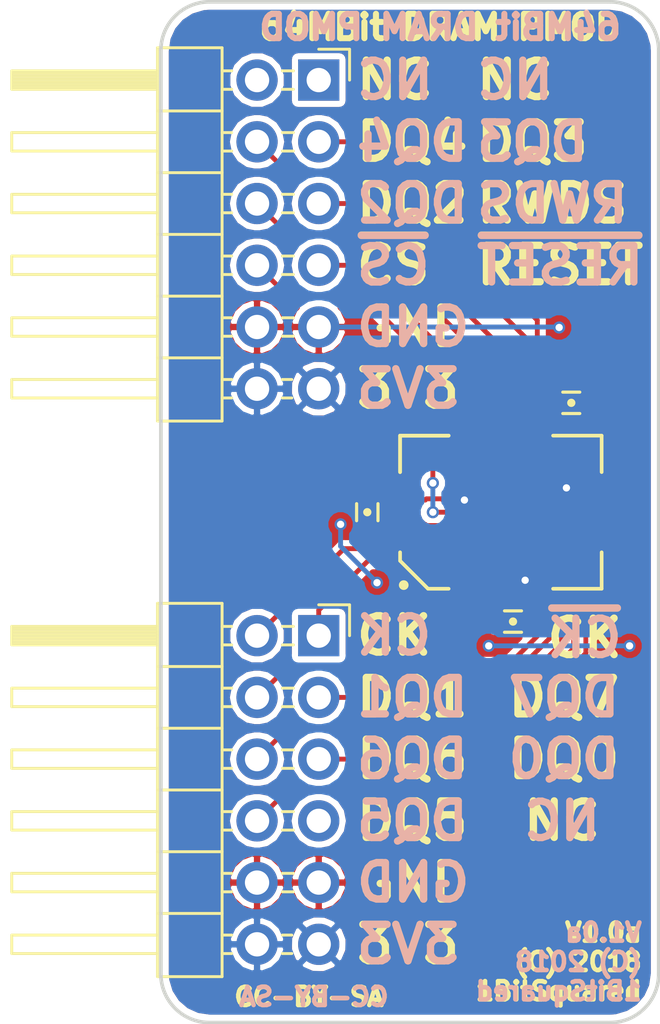
<source format=kicad_pcb>
(kicad_pcb (version 20171130) (host pcbnew 5.0.0-fee4fd1~66~ubuntu18.04.1)

  (general
    (thickness 0.8)
    (drawings 54)
    (tracks 102)
    (zones 0)
    (modules 6)
    (nets 24)
  )

  (page A4)
  (title_block
    (title "iCEBreaker PMOD - Hyperram")
    (rev V1.0a)
    (company 1BitSquared)
    (comment 1 "2018 (C) 1BitSquared <info@1bitsquared.com>")
    (comment 2 "2018 (C) Piotr Esden-Tempski <piotr@esden.net>")
    (comment 3 "License: CC-BY-SA 4.0")
  )

  (layers
    (0 F.Cu signal)
    (31 B.Cu signal)
    (33 F.Adhes user)
    (34 B.Paste user)
    (35 F.Paste user)
    (36 B.SilkS user)
    (37 F.SilkS user)
    (38 B.Mask user)
    (39 F.Mask user)
    (40 Dwgs.User user)
    (44 Edge.Cuts user)
    (46 B.CrtYd user)
    (47 F.CrtYd user)
    (48 B.Fab user)
    (49 F.Fab user)
  )

  (setup
    (last_trace_width 0.2)
    (trace_clearance 0.2)
    (zone_clearance 0.25)
    (zone_45_only yes)
    (trace_min 0.2)
    (segment_width 0.15)
    (edge_width 0.15)
    (via_size 0.5)
    (via_drill 0.3)
    (via_min_size 0.5)
    (via_min_drill 0.3)
    (uvia_size 0.3)
    (uvia_drill 0.1)
    (uvias_allowed no)
    (uvia_min_size 0.2)
    (uvia_min_drill 0.1)
    (pcb_text_width 0.3)
    (pcb_text_size 1.5 1.5)
    (mod_edge_width 0.15)
    (mod_text_size 1 1)
    (mod_text_width 0.15)
    (pad_size 0.5 0.6)
    (pad_drill 0)
    (pad_to_mask_clearance 0.05)
    (aux_axis_origin 0 0)
    (grid_origin 44 44)
    (visible_elements FFFFFF7F)
    (pcbplotparams
      (layerselection 0x010fc_ffffffff)
      (usegerberextensions true)
      (usegerberattributes false)
      (usegerberadvancedattributes false)
      (creategerberjobfile false)
      (excludeedgelayer true)
      (linewidth 0.300000)
      (plotframeref false)
      (viasonmask false)
      (mode 1)
      (useauxorigin false)
      (hpglpennumber 1)
      (hpglpenspeed 20)
      (hpglpendiameter 15.000000)
      (psnegative false)
      (psa4output false)
      (plotreference true)
      (plotvalue true)
      (plotinvisibletext false)
      (padsonsilk false)
      (subtractmaskfromsilk true)
      (outputformat 1)
      (mirror false)
      (drillshape 0)
      (scaleselection 1)
      (outputdirectory "gerber"))
  )

  (net 0 "")
  (net 1 GND)
  (net 2 /~CK)
  (net 3 +3V3)
  (net 4 /DQ7)
  (net 5 "Net-(U1-PadA2)")
  (net 6 /CK)
  (net 7 "Net-(U1-PadC2)")
  (net 8 /DQ1)
  (net 9 /DQ6)
  (net 10 /~CS)
  (net 11 /RWDS)
  (net 12 /DQ0)
  (net 13 /DQ5)
  (net 14 /~RESET)
  (net 15 /DQ2)
  (net 16 /DQ3)
  (net 17 "Net-(U1-PadA5)")
  (net 18 "Net-(U1-PadB5)")
  (net 19 "Net-(U1-PadC5)")
  (net 20 /DQ4)
  (net 21 "Net-(J2-Pad4)")
  (net 22 "Net-(J4-Pad7)")
  (net 23 "Net-(J4-Pad1)")

  (net_class Default "This is the default net class."
    (clearance 0.2)
    (trace_width 0.2)
    (via_dia 0.5)
    (via_drill 0.3)
    (uvia_dia 0.3)
    (uvia_drill 0.1)
    (add_net +3V3)
    (add_net /CK)
    (add_net /DQ0)
    (add_net /DQ1)
    (add_net /DQ2)
    (add_net /DQ3)
    (add_net /DQ4)
    (add_net /DQ5)
    (add_net /DQ6)
    (add_net /DQ7)
    (add_net /RWDS)
    (add_net /~CK)
    (add_net /~CS)
    (add_net /~RESET)
    (add_net GND)
    (add_net "Net-(J2-Pad4)")
    (add_net "Net-(J4-Pad1)")
    (add_net "Net-(J4-Pad7)")
    (add_net "Net-(U1-PadA2)")
    (add_net "Net-(U1-PadA5)")
    (add_net "Net-(U1-PadB5)")
    (add_net "Net-(U1-PadC2)")
    (add_net "Net-(U1-PadC5)")
  )

  (module pkl_dipol:C_0402 (layer F.Cu) (tedit 5AEFE714) (tstamp 5AEE0DD6)
    (at 54.4 39.5 180)
    (descr "Capacitor SMD 0402, reflow soldering")
    (tags "capacitor 0402")
    (path /5AEE66F5)
    (attr smd)
    (fp_text reference C3 (at 0 -1.1 180) (layer F.Fab)
      (effects (font (size 0.635 0.635) (thickness 0.1)))
    )
    (fp_text value 100n (at 0 1.2 180) (layer F.Fab)
      (effects (font (size 0.635 0.635) (thickness 0.1)))
    )
    (fp_circle (center 0 0) (end 0 -0.085) (layer F.SilkS) (width 0.17))
    (fp_line (start -0.95 -0.5) (end 0.95 -0.5) (layer F.CrtYd) (width 0.05))
    (fp_line (start -0.95 0.5) (end 0.95 0.5) (layer F.CrtYd) (width 0.05))
    (fp_line (start -0.95 -0.5) (end -0.95 0.5) (layer F.CrtYd) (width 0.05))
    (fp_line (start 0.95 -0.5) (end 0.95 0.5) (layer F.CrtYd) (width 0.05))
    (fp_line (start -0.35 -0.44) (end 0.35 -0.44) (layer F.SilkS) (width 0.13))
    (fp_line (start 0.35 0.44) (end -0.35 0.44) (layer F.SilkS) (width 0.13))
    (pad 1 smd roundrect (at -0.5 0 180) (size 0.5 0.6) (layers F.Cu F.Paste F.Mask) (roundrect_rratio 0.25)
      (net 3 +3V3))
    (pad 2 smd roundrect (at 0.5 0 180) (size 0.5 0.6) (layers F.Cu F.Paste F.Mask) (roundrect_rratio 0.25)
      (net 1 GND))
    (model ${KISYS3DMOD}/Capacitor_SMD.3dshapes/C_0402_1005Metric.step
      (at (xyz 0 0 0))
      (scale (xyz 1 1 1))
      (rotate (xyz 0 0 0))
    )
  )

  (module pkl_dipol:C_0402 (layer F.Cu) (tedit 5AEFE708) (tstamp 5AEE0DC9)
    (at 52 48.5 180)
    (descr "Capacitor SMD 0402, reflow soldering")
    (tags "capacitor 0402")
    (path /5AEE66D1)
    (attr smd)
    (fp_text reference C2 (at 0 -1.1 180) (layer F.Fab)
      (effects (font (size 0.635 0.635) (thickness 0.1)))
    )
    (fp_text value 100n (at 0 1.2 180) (layer F.Fab)
      (effects (font (size 0.635 0.635) (thickness 0.1)))
    )
    (fp_line (start 0.35 0.44) (end -0.35 0.44) (layer F.SilkS) (width 0.13))
    (fp_line (start -0.35 -0.44) (end 0.35 -0.44) (layer F.SilkS) (width 0.13))
    (fp_line (start 0.95 -0.5) (end 0.95 0.5) (layer F.CrtYd) (width 0.05))
    (fp_line (start -0.95 -0.5) (end -0.95 0.5) (layer F.CrtYd) (width 0.05))
    (fp_line (start -0.95 0.5) (end 0.95 0.5) (layer F.CrtYd) (width 0.05))
    (fp_line (start -0.95 -0.5) (end 0.95 -0.5) (layer F.CrtYd) (width 0.05))
    (fp_circle (center 0 0) (end 0 -0.085) (layer F.SilkS) (width 0.17))
    (pad 2 smd roundrect (at 0.5 0 180) (size 0.5 0.6) (layers F.Cu F.Paste F.Mask) (roundrect_rratio 0.25)
      (net 1 GND))
    (pad 1 smd roundrect (at -0.5 0 180) (size 0.5 0.6) (layers F.Cu F.Paste F.Mask) (roundrect_rratio 0.25)
      (net 3 +3V3))
    (model Capacitors_SMD.3dshapes/C_0402.wrl
      (at (xyz 0 0 0))
      (scale (xyz 1 1 1))
      (rotate (xyz 0 0 0))
    )
    (model ${KISYS3DMOD}/Capacitor_SMD.3dshapes/C_0402_1005Metric.step
      (at (xyz 0 0 0))
      (scale (xyz 1 1 1))
      (rotate (xyz 0 0 0))
    )
  )

  (module pkl_dipol:C_0402 (layer F.Cu) (tedit 5AEFE6F9) (tstamp 5AEE0DBC)
    (at 46 44 270)
    (descr "Capacitor SMD 0402, reflow soldering")
    (tags "capacitor 0402")
    (path /5AEE658E)
    (attr smd)
    (fp_text reference C1 (at 0 -1.1 270) (layer F.Fab)
      (effects (font (size 0.635 0.635) (thickness 0.1)))
    )
    (fp_text value 100n (at 0 1.2 270) (layer F.Fab)
      (effects (font (size 0.635 0.635) (thickness 0.1)))
    )
    (fp_circle (center 0 0) (end 0 -0.085) (layer F.SilkS) (width 0.17))
    (fp_line (start -0.95 -0.5) (end 0.95 -0.5) (layer F.CrtYd) (width 0.05))
    (fp_line (start -0.95 0.5) (end 0.95 0.5) (layer F.CrtYd) (width 0.05))
    (fp_line (start -0.95 -0.5) (end -0.95 0.5) (layer F.CrtYd) (width 0.05))
    (fp_line (start 0.95 -0.5) (end 0.95 0.5) (layer F.CrtYd) (width 0.05))
    (fp_line (start -0.35 -0.44) (end 0.35 -0.44) (layer F.SilkS) (width 0.13))
    (fp_line (start 0.35 0.44) (end -0.35 0.44) (layer F.SilkS) (width 0.13))
    (pad 1 smd roundrect (at -0.5 0 270) (size 0.5 0.6) (layers F.Cu F.Paste F.Mask) (roundrect_rratio 0.25)
      (net 3 +3V3))
    (pad 2 smd roundrect (at 0.5 0 270) (size 0.5 0.6) (layers F.Cu F.Paste F.Mask) (roundrect_rratio 0.25)
      (net 1 GND))
    (model ${KISYS3DMOD}/Capacitor_SMD.3dshapes/C_0402_1005Metric.step
      (at (xyz 0 0 0))
      (scale (xyz 1 1 1))
      (rotate (xyz 0 0 0))
    )
  )

  (module pkl_connectors:PMODHeader_2x06_P2.54mm_Horizontal (layer F.Cu) (tedit 5AECF65A) (tstamp 5AEE0790)
    (at 44 38.92 180)
    (descr "Through hole angled pin header, 2x06, 2.54mm pitch, 6mm pin length, double rows")
    (tags "Through hole angled pin header THT 2x06 2.54mm double row")
    (path /5AB98614)
    (fp_text reference J4 (at 5.655 -2.27 180) (layer F.Fab)
      (effects (font (size 1 1) (thickness 0.15)))
    )
    (fp_text value PMOD (at 5.655 14.97 180) (layer F.Fab)
      (effects (font (size 1 1) (thickness 0.15)))
    )
    (fp_line (start 13.1 -1.8) (end -1.8 -1.8) (layer F.CrtYd) (width 0.05))
    (fp_line (start 13.1 14.5) (end 13.1 -1.8) (layer F.CrtYd) (width 0.05))
    (fp_line (start -1.8 14.5) (end 13.1 14.5) (layer F.CrtYd) (width 0.05))
    (fp_line (start -1.8 -1.8) (end -1.8 14.5) (layer F.CrtYd) (width 0.05))
    (fp_line (start -1.27 13.97) (end -1.27 12.7) (layer F.SilkS) (width 0.12))
    (fp_line (start 0 13.97) (end -1.27 13.97) (layer F.SilkS) (width 0.12))
    (fp_line (start 1.042929 13.08) (end 1.497071 13.08) (layer F.SilkS) (width 0.12))
    (fp_line (start 1.042929 12.32) (end 1.497071 12.32) (layer F.SilkS) (width 0.12))
    (fp_line (start 3.582929 13.08) (end 3.98 13.08) (layer F.SilkS) (width 0.12))
    (fp_line (start 3.582929 12.32) (end 3.98 12.32) (layer F.SilkS) (width 0.12))
    (fp_line (start 12.64 13.08) (end 6.64 13.08) (layer F.SilkS) (width 0.12))
    (fp_line (start 12.64 12.32) (end 12.64 13.08) (layer F.SilkS) (width 0.12))
    (fp_line (start 6.64 12.32) (end 12.64 12.32) (layer F.SilkS) (width 0.12))
    (fp_line (start 3.98 11.43) (end 6.64 11.43) (layer F.SilkS) (width 0.12))
    (fp_line (start 1.042929 10.54) (end 1.497071 10.54) (layer F.SilkS) (width 0.12))
    (fp_line (start 1.042929 9.78) (end 1.497071 9.78) (layer F.SilkS) (width 0.12))
    (fp_line (start 3.582929 10.54) (end 3.98 10.54) (layer F.SilkS) (width 0.12))
    (fp_line (start 3.582929 9.78) (end 3.98 9.78) (layer F.SilkS) (width 0.12))
    (fp_line (start 12.64 10.54) (end 6.64 10.54) (layer F.SilkS) (width 0.12))
    (fp_line (start 12.64 9.78) (end 12.64 10.54) (layer F.SilkS) (width 0.12))
    (fp_line (start 6.64 9.78) (end 12.64 9.78) (layer F.SilkS) (width 0.12))
    (fp_line (start 3.98 8.89) (end 6.64 8.89) (layer F.SilkS) (width 0.12))
    (fp_line (start 1.042929 8) (end 1.497071 8) (layer F.SilkS) (width 0.12))
    (fp_line (start 1.042929 7.24) (end 1.497071 7.24) (layer F.SilkS) (width 0.12))
    (fp_line (start 3.582929 8) (end 3.98 8) (layer F.SilkS) (width 0.12))
    (fp_line (start 3.582929 7.24) (end 3.98 7.24) (layer F.SilkS) (width 0.12))
    (fp_line (start 12.64 8) (end 6.64 8) (layer F.SilkS) (width 0.12))
    (fp_line (start 12.64 7.24) (end 12.64 8) (layer F.SilkS) (width 0.12))
    (fp_line (start 6.64 7.24) (end 12.64 7.24) (layer F.SilkS) (width 0.12))
    (fp_line (start 3.98 6.35) (end 6.64 6.35) (layer F.SilkS) (width 0.12))
    (fp_line (start 1.042929 5.46) (end 1.497071 5.46) (layer F.SilkS) (width 0.12))
    (fp_line (start 1.042929 4.7) (end 1.497071 4.7) (layer F.SilkS) (width 0.12))
    (fp_line (start 3.582929 5.46) (end 3.98 5.46) (layer F.SilkS) (width 0.12))
    (fp_line (start 3.582929 4.7) (end 3.98 4.7) (layer F.SilkS) (width 0.12))
    (fp_line (start 12.64 5.46) (end 6.64 5.46) (layer F.SilkS) (width 0.12))
    (fp_line (start 12.64 4.7) (end 12.64 5.46) (layer F.SilkS) (width 0.12))
    (fp_line (start 6.64 4.7) (end 12.64 4.7) (layer F.SilkS) (width 0.12))
    (fp_line (start 3.98 3.81) (end 6.64 3.81) (layer F.SilkS) (width 0.12))
    (fp_line (start 1.042929 2.92) (end 1.497071 2.92) (layer F.SilkS) (width 0.12))
    (fp_line (start 1.042929 2.16) (end 1.497071 2.16) (layer F.SilkS) (width 0.12))
    (fp_line (start 3.582929 2.92) (end 3.98 2.92) (layer F.SilkS) (width 0.12))
    (fp_line (start 3.582929 2.16) (end 3.98 2.16) (layer F.SilkS) (width 0.12))
    (fp_line (start 12.64 2.92) (end 6.64 2.92) (layer F.SilkS) (width 0.12))
    (fp_line (start 12.64 2.16) (end 12.64 2.92) (layer F.SilkS) (width 0.12))
    (fp_line (start 6.64 2.16) (end 12.64 2.16) (layer F.SilkS) (width 0.12))
    (fp_line (start 3.98 1.27) (end 6.64 1.27) (layer F.SilkS) (width 0.12))
    (fp_line (start 1.11 0.38) (end 1.497071 0.38) (layer F.SilkS) (width 0.12))
    (fp_line (start 1.11 -0.38) (end 1.497071 -0.38) (layer F.SilkS) (width 0.12))
    (fp_line (start 3.582929 0.38) (end 3.98 0.38) (layer F.SilkS) (width 0.12))
    (fp_line (start 3.582929 -0.38) (end 3.98 -0.38) (layer F.SilkS) (width 0.12))
    (fp_line (start 6.64 12.98) (end 12.64 12.98) (layer F.SilkS) (width 0.12))
    (fp_line (start 6.64 12.86) (end 12.64 12.86) (layer F.SilkS) (width 0.12))
    (fp_line (start 6.64 12.74) (end 12.64 12.74) (layer F.SilkS) (width 0.12))
    (fp_line (start 6.64 12.62) (end 12.64 12.62) (layer F.SilkS) (width 0.12))
    (fp_line (start 6.64 12.5) (end 12.64 12.5) (layer F.SilkS) (width 0.12))
    (fp_line (start 6.64 12.38) (end 12.64 12.38) (layer F.SilkS) (width 0.12))
    (fp_line (start 12.64 0.38) (end 6.64 0.38) (layer F.SilkS) (width 0.12))
    (fp_line (start 12.64 -0.38) (end 12.64 0.38) (layer F.SilkS) (width 0.12))
    (fp_line (start 6.64 -0.38) (end 12.64 -0.38) (layer F.SilkS) (width 0.12))
    (fp_line (start 6.64 -1.33) (end 3.98 -1.33) (layer F.SilkS) (width 0.12))
    (fp_line (start 6.64 14.03) (end 6.64 -1.33) (layer F.SilkS) (width 0.12))
    (fp_line (start 3.98 14.03) (end 6.64 14.03) (layer F.SilkS) (width 0.12))
    (fp_line (start 3.98 -1.33) (end 3.98 14.03) (layer F.SilkS) (width 0.12))
    (fp_line (start 6.58 13.02) (end 12.58 13.02) (layer F.Fab) (width 0.1))
    (fp_line (start 12.58 12.38) (end 12.58 13.02) (layer F.Fab) (width 0.1))
    (fp_line (start 6.58 12.38) (end 12.58 12.38) (layer F.Fab) (width 0.1))
    (fp_line (start -0.32 13.02) (end 4.04 13.02) (layer F.Fab) (width 0.1))
    (fp_line (start -0.32 12.38) (end -0.32 13.02) (layer F.Fab) (width 0.1))
    (fp_line (start -0.32 12.38) (end 4.04 12.38) (layer F.Fab) (width 0.1))
    (fp_line (start 6.58 10.48) (end 12.58 10.48) (layer F.Fab) (width 0.1))
    (fp_line (start 12.58 9.84) (end 12.58 10.48) (layer F.Fab) (width 0.1))
    (fp_line (start 6.58 9.84) (end 12.58 9.84) (layer F.Fab) (width 0.1))
    (fp_line (start -0.32 10.48) (end 4.04 10.48) (layer F.Fab) (width 0.1))
    (fp_line (start -0.32 9.84) (end -0.32 10.48) (layer F.Fab) (width 0.1))
    (fp_line (start -0.32 9.84) (end 4.04 9.84) (layer F.Fab) (width 0.1))
    (fp_line (start 6.58 7.94) (end 12.58 7.94) (layer F.Fab) (width 0.1))
    (fp_line (start 12.58 7.3) (end 12.58 7.94) (layer F.Fab) (width 0.1))
    (fp_line (start 6.58 7.3) (end 12.58 7.3) (layer F.Fab) (width 0.1))
    (fp_line (start -0.32 7.94) (end 4.04 7.94) (layer F.Fab) (width 0.1))
    (fp_line (start -0.32 7.3) (end -0.32 7.94) (layer F.Fab) (width 0.1))
    (fp_line (start -0.32 7.3) (end 4.04 7.3) (layer F.Fab) (width 0.1))
    (fp_line (start 6.58 5.4) (end 12.58 5.4) (layer F.Fab) (width 0.1))
    (fp_line (start 12.58 4.76) (end 12.58 5.4) (layer F.Fab) (width 0.1))
    (fp_line (start 6.58 4.76) (end 12.58 4.76) (layer F.Fab) (width 0.1))
    (fp_line (start -0.32 5.4) (end 4.04 5.4) (layer F.Fab) (width 0.1))
    (fp_line (start -0.32 4.76) (end -0.32 5.4) (layer F.Fab) (width 0.1))
    (fp_line (start -0.32 4.76) (end 4.04 4.76) (layer F.Fab) (width 0.1))
    (fp_line (start 6.58 2.86) (end 12.58 2.86) (layer F.Fab) (width 0.1))
    (fp_line (start 12.58 2.22) (end 12.58 2.86) (layer F.Fab) (width 0.1))
    (fp_line (start 6.58 2.22) (end 12.58 2.22) (layer F.Fab) (width 0.1))
    (fp_line (start -0.32 2.86) (end 4.04 2.86) (layer F.Fab) (width 0.1))
    (fp_line (start -0.32 2.22) (end -0.32 2.86) (layer F.Fab) (width 0.1))
    (fp_line (start -0.32 2.22) (end 4.04 2.22) (layer F.Fab) (width 0.1))
    (fp_line (start 6.58 0.32) (end 12.58 0.32) (layer F.Fab) (width 0.1))
    (fp_line (start 12.58 -0.32) (end 12.58 0.32) (layer F.Fab) (width 0.1))
    (fp_line (start 6.58 -0.32) (end 12.58 -0.32) (layer F.Fab) (width 0.1))
    (fp_line (start -0.32 0.32) (end 4.04 0.32) (layer F.Fab) (width 0.1))
    (fp_line (start -0.32 -0.32) (end -0.32 0.32) (layer F.Fab) (width 0.1))
    (fp_line (start -0.32 -0.32) (end 4.04 -0.32) (layer F.Fab) (width 0.1))
    (fp_line (start 4.04 13.335) (end 4.675 13.97) (layer F.Fab) (width 0.1))
    (fp_line (start 4.064 13.335) (end 4.064 -1.27) (layer F.Fab) (width 0.1))
    (fp_line (start 6.58 13.97) (end 4.699 13.97) (layer F.Fab) (width 0.1))
    (fp_line (start 6.58 -1.27) (end 6.58 13.97) (layer F.Fab) (width 0.1))
    (fp_line (start 4.064 -1.27) (end 6.58 -1.27) (layer F.Fab) (width 0.1))
    (pad 7 thru_hole circle (at 2.54 12.7 180) (size 1.7 1.7) (drill 1) (layers *.Cu *.Mask)
      (net 22 "Net-(J4-Pad7)"))
    (pad 1 thru_hole rect (at 0 12.7 180) (size 1.7 1.7) (drill 1) (layers *.Cu *.Mask)
      (net 23 "Net-(J4-Pad1)"))
    (pad 8 thru_hole oval (at 2.54 10.16 180) (size 1.7 1.7) (drill 1) (layers *.Cu *.Mask)
      (net 20 /DQ4))
    (pad 2 thru_hole oval (at 0 10.16 180) (size 1.7 1.7) (drill 1) (layers *.Cu *.Mask)
      (net 16 /DQ3))
    (pad 9 thru_hole oval (at 2.54 7.62 180) (size 1.7 1.7) (drill 1) (layers *.Cu *.Mask)
      (net 15 /DQ2))
    (pad 3 thru_hole oval (at 0 7.62 180) (size 1.7 1.7) (drill 1) (layers *.Cu *.Mask)
      (net 11 /RWDS))
    (pad 10 thru_hole oval (at 2.54 5.08 180) (size 1.7 1.7) (drill 1) (layers *.Cu *.Mask)
      (net 10 /~CS))
    (pad 4 thru_hole oval (at 0 5.08 180) (size 1.7 1.7) (drill 1) (layers *.Cu *.Mask)
      (net 14 /~RESET))
    (pad 11 thru_hole oval (at 2.54 2.54 180) (size 1.7 1.7) (drill 1) (layers *.Cu *.Mask)
      (net 1 GND))
    (pad 5 thru_hole oval (at 0 2.54 180) (size 1.7 1.7) (drill 1) (layers *.Cu *.Mask)
      (net 1 GND))
    (pad 12 thru_hole oval (at 2.54 0 180) (size 1.7 1.7) (drill 1) (layers *.Cu *.Mask)
      (net 3 +3V3))
    (pad 6 thru_hole circle (at 0 0 180) (size 1.7 1.7) (drill 1) (layers *.Cu *.Mask)
      (net 3 +3V3))
    (model ${KISYS3DMOD}/Connector_PinHeader_2.54mm.3dshapes/PinHeader_2x06_P2.54mm_Horizontal.step
      (at (xyz 0 0 0))
      (scale (xyz 1 1 1))
      (rotate (xyz 0 0 0))
    )
  )

  (module pkl_connectors:PMODHeader_2x06_P2.54mm_Horizontal (layer F.Cu) (tedit 5AECF65A) (tstamp 5AEE0719)
    (at 44 61.78 180)
    (descr "Through hole angled pin header, 2x06, 2.54mm pitch, 6mm pin length, double rows")
    (tags "Through hole angled pin header THT 2x06 2.54mm double row")
    (path /5AACAA52)
    (fp_text reference J2 (at 5.655 -2.27 180) (layer F.Fab)
      (effects (font (size 1 1) (thickness 0.15)))
    )
    (fp_text value PMOD (at 5.655 14.97 180) (layer F.Fab)
      (effects (font (size 1 1) (thickness 0.15)))
    )
    (fp_line (start 4.064 -1.27) (end 6.58 -1.27) (layer F.Fab) (width 0.1))
    (fp_line (start 6.58 -1.27) (end 6.58 13.97) (layer F.Fab) (width 0.1))
    (fp_line (start 6.58 13.97) (end 4.699 13.97) (layer F.Fab) (width 0.1))
    (fp_line (start 4.064 13.335) (end 4.064 -1.27) (layer F.Fab) (width 0.1))
    (fp_line (start 4.04 13.335) (end 4.675 13.97) (layer F.Fab) (width 0.1))
    (fp_line (start -0.32 -0.32) (end 4.04 -0.32) (layer F.Fab) (width 0.1))
    (fp_line (start -0.32 -0.32) (end -0.32 0.32) (layer F.Fab) (width 0.1))
    (fp_line (start -0.32 0.32) (end 4.04 0.32) (layer F.Fab) (width 0.1))
    (fp_line (start 6.58 -0.32) (end 12.58 -0.32) (layer F.Fab) (width 0.1))
    (fp_line (start 12.58 -0.32) (end 12.58 0.32) (layer F.Fab) (width 0.1))
    (fp_line (start 6.58 0.32) (end 12.58 0.32) (layer F.Fab) (width 0.1))
    (fp_line (start -0.32 2.22) (end 4.04 2.22) (layer F.Fab) (width 0.1))
    (fp_line (start -0.32 2.22) (end -0.32 2.86) (layer F.Fab) (width 0.1))
    (fp_line (start -0.32 2.86) (end 4.04 2.86) (layer F.Fab) (width 0.1))
    (fp_line (start 6.58 2.22) (end 12.58 2.22) (layer F.Fab) (width 0.1))
    (fp_line (start 12.58 2.22) (end 12.58 2.86) (layer F.Fab) (width 0.1))
    (fp_line (start 6.58 2.86) (end 12.58 2.86) (layer F.Fab) (width 0.1))
    (fp_line (start -0.32 4.76) (end 4.04 4.76) (layer F.Fab) (width 0.1))
    (fp_line (start -0.32 4.76) (end -0.32 5.4) (layer F.Fab) (width 0.1))
    (fp_line (start -0.32 5.4) (end 4.04 5.4) (layer F.Fab) (width 0.1))
    (fp_line (start 6.58 4.76) (end 12.58 4.76) (layer F.Fab) (width 0.1))
    (fp_line (start 12.58 4.76) (end 12.58 5.4) (layer F.Fab) (width 0.1))
    (fp_line (start 6.58 5.4) (end 12.58 5.4) (layer F.Fab) (width 0.1))
    (fp_line (start -0.32 7.3) (end 4.04 7.3) (layer F.Fab) (width 0.1))
    (fp_line (start -0.32 7.3) (end -0.32 7.94) (layer F.Fab) (width 0.1))
    (fp_line (start -0.32 7.94) (end 4.04 7.94) (layer F.Fab) (width 0.1))
    (fp_line (start 6.58 7.3) (end 12.58 7.3) (layer F.Fab) (width 0.1))
    (fp_line (start 12.58 7.3) (end 12.58 7.94) (layer F.Fab) (width 0.1))
    (fp_line (start 6.58 7.94) (end 12.58 7.94) (layer F.Fab) (width 0.1))
    (fp_line (start -0.32 9.84) (end 4.04 9.84) (layer F.Fab) (width 0.1))
    (fp_line (start -0.32 9.84) (end -0.32 10.48) (layer F.Fab) (width 0.1))
    (fp_line (start -0.32 10.48) (end 4.04 10.48) (layer F.Fab) (width 0.1))
    (fp_line (start 6.58 9.84) (end 12.58 9.84) (layer F.Fab) (width 0.1))
    (fp_line (start 12.58 9.84) (end 12.58 10.48) (layer F.Fab) (width 0.1))
    (fp_line (start 6.58 10.48) (end 12.58 10.48) (layer F.Fab) (width 0.1))
    (fp_line (start -0.32 12.38) (end 4.04 12.38) (layer F.Fab) (width 0.1))
    (fp_line (start -0.32 12.38) (end -0.32 13.02) (layer F.Fab) (width 0.1))
    (fp_line (start -0.32 13.02) (end 4.04 13.02) (layer F.Fab) (width 0.1))
    (fp_line (start 6.58 12.38) (end 12.58 12.38) (layer F.Fab) (width 0.1))
    (fp_line (start 12.58 12.38) (end 12.58 13.02) (layer F.Fab) (width 0.1))
    (fp_line (start 6.58 13.02) (end 12.58 13.02) (layer F.Fab) (width 0.1))
    (fp_line (start 3.98 -1.33) (end 3.98 14.03) (layer F.SilkS) (width 0.12))
    (fp_line (start 3.98 14.03) (end 6.64 14.03) (layer F.SilkS) (width 0.12))
    (fp_line (start 6.64 14.03) (end 6.64 -1.33) (layer F.SilkS) (width 0.12))
    (fp_line (start 6.64 -1.33) (end 3.98 -1.33) (layer F.SilkS) (width 0.12))
    (fp_line (start 6.64 -0.38) (end 12.64 -0.38) (layer F.SilkS) (width 0.12))
    (fp_line (start 12.64 -0.38) (end 12.64 0.38) (layer F.SilkS) (width 0.12))
    (fp_line (start 12.64 0.38) (end 6.64 0.38) (layer F.SilkS) (width 0.12))
    (fp_line (start 6.64 12.38) (end 12.64 12.38) (layer F.SilkS) (width 0.12))
    (fp_line (start 6.64 12.5) (end 12.64 12.5) (layer F.SilkS) (width 0.12))
    (fp_line (start 6.64 12.62) (end 12.64 12.62) (layer F.SilkS) (width 0.12))
    (fp_line (start 6.64 12.74) (end 12.64 12.74) (layer F.SilkS) (width 0.12))
    (fp_line (start 6.64 12.86) (end 12.64 12.86) (layer F.SilkS) (width 0.12))
    (fp_line (start 6.64 12.98) (end 12.64 12.98) (layer F.SilkS) (width 0.12))
    (fp_line (start 3.582929 -0.38) (end 3.98 -0.38) (layer F.SilkS) (width 0.12))
    (fp_line (start 3.582929 0.38) (end 3.98 0.38) (layer F.SilkS) (width 0.12))
    (fp_line (start 1.11 -0.38) (end 1.497071 -0.38) (layer F.SilkS) (width 0.12))
    (fp_line (start 1.11 0.38) (end 1.497071 0.38) (layer F.SilkS) (width 0.12))
    (fp_line (start 3.98 1.27) (end 6.64 1.27) (layer F.SilkS) (width 0.12))
    (fp_line (start 6.64 2.16) (end 12.64 2.16) (layer F.SilkS) (width 0.12))
    (fp_line (start 12.64 2.16) (end 12.64 2.92) (layer F.SilkS) (width 0.12))
    (fp_line (start 12.64 2.92) (end 6.64 2.92) (layer F.SilkS) (width 0.12))
    (fp_line (start 3.582929 2.16) (end 3.98 2.16) (layer F.SilkS) (width 0.12))
    (fp_line (start 3.582929 2.92) (end 3.98 2.92) (layer F.SilkS) (width 0.12))
    (fp_line (start 1.042929 2.16) (end 1.497071 2.16) (layer F.SilkS) (width 0.12))
    (fp_line (start 1.042929 2.92) (end 1.497071 2.92) (layer F.SilkS) (width 0.12))
    (fp_line (start 3.98 3.81) (end 6.64 3.81) (layer F.SilkS) (width 0.12))
    (fp_line (start 6.64 4.7) (end 12.64 4.7) (layer F.SilkS) (width 0.12))
    (fp_line (start 12.64 4.7) (end 12.64 5.46) (layer F.SilkS) (width 0.12))
    (fp_line (start 12.64 5.46) (end 6.64 5.46) (layer F.SilkS) (width 0.12))
    (fp_line (start 3.582929 4.7) (end 3.98 4.7) (layer F.SilkS) (width 0.12))
    (fp_line (start 3.582929 5.46) (end 3.98 5.46) (layer F.SilkS) (width 0.12))
    (fp_line (start 1.042929 4.7) (end 1.497071 4.7) (layer F.SilkS) (width 0.12))
    (fp_line (start 1.042929 5.46) (end 1.497071 5.46) (layer F.SilkS) (width 0.12))
    (fp_line (start 3.98 6.35) (end 6.64 6.35) (layer F.SilkS) (width 0.12))
    (fp_line (start 6.64 7.24) (end 12.64 7.24) (layer F.SilkS) (width 0.12))
    (fp_line (start 12.64 7.24) (end 12.64 8) (layer F.SilkS) (width 0.12))
    (fp_line (start 12.64 8) (end 6.64 8) (layer F.SilkS) (width 0.12))
    (fp_line (start 3.582929 7.24) (end 3.98 7.24) (layer F.SilkS) (width 0.12))
    (fp_line (start 3.582929 8) (end 3.98 8) (layer F.SilkS) (width 0.12))
    (fp_line (start 1.042929 7.24) (end 1.497071 7.24) (layer F.SilkS) (width 0.12))
    (fp_line (start 1.042929 8) (end 1.497071 8) (layer F.SilkS) (width 0.12))
    (fp_line (start 3.98 8.89) (end 6.64 8.89) (layer F.SilkS) (width 0.12))
    (fp_line (start 6.64 9.78) (end 12.64 9.78) (layer F.SilkS) (width 0.12))
    (fp_line (start 12.64 9.78) (end 12.64 10.54) (layer F.SilkS) (width 0.12))
    (fp_line (start 12.64 10.54) (end 6.64 10.54) (layer F.SilkS) (width 0.12))
    (fp_line (start 3.582929 9.78) (end 3.98 9.78) (layer F.SilkS) (width 0.12))
    (fp_line (start 3.582929 10.54) (end 3.98 10.54) (layer F.SilkS) (width 0.12))
    (fp_line (start 1.042929 9.78) (end 1.497071 9.78) (layer F.SilkS) (width 0.12))
    (fp_line (start 1.042929 10.54) (end 1.497071 10.54) (layer F.SilkS) (width 0.12))
    (fp_line (start 3.98 11.43) (end 6.64 11.43) (layer F.SilkS) (width 0.12))
    (fp_line (start 6.64 12.32) (end 12.64 12.32) (layer F.SilkS) (width 0.12))
    (fp_line (start 12.64 12.32) (end 12.64 13.08) (layer F.SilkS) (width 0.12))
    (fp_line (start 12.64 13.08) (end 6.64 13.08) (layer F.SilkS) (width 0.12))
    (fp_line (start 3.582929 12.32) (end 3.98 12.32) (layer F.SilkS) (width 0.12))
    (fp_line (start 3.582929 13.08) (end 3.98 13.08) (layer F.SilkS) (width 0.12))
    (fp_line (start 1.042929 12.32) (end 1.497071 12.32) (layer F.SilkS) (width 0.12))
    (fp_line (start 1.042929 13.08) (end 1.497071 13.08) (layer F.SilkS) (width 0.12))
    (fp_line (start 0 13.97) (end -1.27 13.97) (layer F.SilkS) (width 0.12))
    (fp_line (start -1.27 13.97) (end -1.27 12.7) (layer F.SilkS) (width 0.12))
    (fp_line (start -1.8 -1.8) (end -1.8 14.5) (layer F.CrtYd) (width 0.05))
    (fp_line (start -1.8 14.5) (end 13.1 14.5) (layer F.CrtYd) (width 0.05))
    (fp_line (start 13.1 14.5) (end 13.1 -1.8) (layer F.CrtYd) (width 0.05))
    (fp_line (start 13.1 -1.8) (end -1.8 -1.8) (layer F.CrtYd) (width 0.05))
    (pad 6 thru_hole circle (at 0 0 180) (size 1.7 1.7) (drill 1) (layers *.Cu *.Mask)
      (net 3 +3V3))
    (pad 12 thru_hole oval (at 2.54 0 180) (size 1.7 1.7) (drill 1) (layers *.Cu *.Mask)
      (net 3 +3V3))
    (pad 5 thru_hole oval (at 0 2.54 180) (size 1.7 1.7) (drill 1) (layers *.Cu *.Mask)
      (net 1 GND))
    (pad 11 thru_hole oval (at 2.54 2.54 180) (size 1.7 1.7) (drill 1) (layers *.Cu *.Mask)
      (net 1 GND))
    (pad 4 thru_hole oval (at 0 5.08 180) (size 1.7 1.7) (drill 1) (layers *.Cu *.Mask)
      (net 21 "Net-(J2-Pad4)"))
    (pad 10 thru_hole oval (at 2.54 5.08 180) (size 1.7 1.7) (drill 1) (layers *.Cu *.Mask)
      (net 13 /DQ5))
    (pad 3 thru_hole oval (at 0 7.62 180) (size 1.7 1.7) (drill 1) (layers *.Cu *.Mask)
      (net 12 /DQ0))
    (pad 9 thru_hole oval (at 2.54 7.62 180) (size 1.7 1.7) (drill 1) (layers *.Cu *.Mask)
      (net 9 /DQ6))
    (pad 2 thru_hole oval (at 0 10.16 180) (size 1.7 1.7) (drill 1) (layers *.Cu *.Mask)
      (net 4 /DQ7))
    (pad 8 thru_hole oval (at 2.54 10.16 180) (size 1.7 1.7) (drill 1) (layers *.Cu *.Mask)
      (net 8 /DQ1))
    (pad 1 thru_hole rect (at 0 12.7 180) (size 1.7 1.7) (drill 1) (layers *.Cu *.Mask)
      (net 2 /~CK))
    (pad 7 thru_hole circle (at 2.54 12.7 180) (size 1.7 1.7) (drill 1) (layers *.Cu *.Mask)
      (net 6 /CK))
    (model ${KISYS3DMOD}/Connector_PinHeader_2.54mm.3dshapes/PinHeader_2x06_P2.54mm_Horizontal.step
      (at (xyz 0 0 0))
      (scale (xyz 1 1 1))
      (rotate (xyz 0 0 0))
    )
  )

  (module pkl_housings_bga:BGA-24_5x5_6.0x8.0mm (layer F.Cu) (tedit 5AECE41C) (tstamp 5AEE0718)
    (at 51.5 44 90)
    (path /5AED1D1E)
    (attr smd)
    (fp_text reference U1 (at 0 -5 90) (layer F.Fab)
      (effects (font (size 1 1) (thickness 0.15)))
    )
    (fp_text value S70KL1281 (at 0 5 90) (layer F.Fab)
      (effects (font (size 1 1) (thickness 0.15)))
    )
    (fp_line (start -2 -4) (end -3 -3) (layer F.Fab) (width 0.15))
    (fp_line (start -3 -3) (end -3 4) (layer F.Fab) (width 0.15))
    (fp_line (start -3 4) (end 3 4) (layer F.Fab) (width 0.15))
    (fp_line (start 3 4) (end 3 -4) (layer F.Fab) (width 0.15))
    (fp_line (start 3 -4) (end -2 -4) (layer F.Fab) (width 0.15))
    (fp_line (start 1.65 -4.15) (end 3.15 -4.15) (layer F.SilkS) (width 0.15))
    (fp_line (start 3.15 -4.15) (end 3.15 -2.15) (layer F.SilkS) (width 0.15))
    (fp_line (start 1.65 -4.15) (end 3.15 -4.15) (layer F.SilkS) (width 0.15))
    (fp_line (start 3.15 -4.15) (end 3.15 -2.15) (layer F.SilkS) (width 0.15))
    (fp_line (start 1.65 4.15) (end 3.15 4.15) (layer F.SilkS) (width 0.15))
    (fp_line (start 3.15 4.15) (end 3.15 2.15) (layer F.SilkS) (width 0.15))
    (fp_line (start 1.65 -4.15) (end 3.15 -4.15) (layer F.SilkS) (width 0.15))
    (fp_line (start 3.15 -4.15) (end 3.15 -2.15) (layer F.SilkS) (width 0.15))
    (fp_line (start -1.65 4.15) (end -3.15 4.15) (layer F.SilkS) (width 0.15))
    (fp_line (start -3.15 4.15) (end -3.15 2.15) (layer F.SilkS) (width 0.15))
    (fp_line (start -1.65 -4.15) (end -2 -4.15) (layer F.SilkS) (width 0.15))
    (fp_line (start -2 -4.15) (end -3.15 -3) (layer F.SilkS) (width 0.15))
    (fp_line (start -3.15 -3) (end -3.15 -2.15) (layer F.SilkS) (width 0.15))
    (fp_circle (center -3 -4) (end -3 -3.9) (layer F.SilkS) (width 0.2))
    (fp_line (start -4 -5) (end 4 -5) (layer F.CrtYd) (width 0.05))
    (fp_line (start 4 -5) (end 4 5) (layer F.CrtYd) (width 0.05))
    (fp_line (start 4 5) (end -4 5) (layer F.CrtYd) (width 0.05))
    (fp_line (start -4 5) (end -4 -5) (layer F.CrtYd) (width 0.05))
    (pad B1 smd circle (at -2 -1 90) (size 0.4 0.4) (layers F.Cu F.Paste F.Mask)
      (net 2 /~CK))
    (pad C1 smd circle (at -2 0 90) (size 0.4 0.4) (layers F.Cu F.Paste F.Mask)
      (net 1 GND))
    (pad D1 smd circle (at -2 1 90) (size 0.4 0.4) (layers F.Cu F.Paste F.Mask)
      (net 3 +3V3))
    (pad E1 smd circle (at -2 2 90) (size 0.4 0.4) (layers F.Cu F.Paste F.Mask)
      (net 4 /DQ7))
    (pad A2 smd circle (at -1 -2 90) (size 0.4 0.4) (layers F.Cu F.Paste F.Mask)
      (net 5 "Net-(U1-PadA2)"))
    (pad B2 smd circle (at -1 -1 90) (size 0.4 0.4) (layers F.Cu F.Paste F.Mask)
      (net 6 /CK))
    (pad C2 smd circle (at -1 0 90) (size 0.4 0.4) (layers F.Cu F.Paste F.Mask)
      (net 7 "Net-(U1-PadC2)"))
    (pad D2 smd circle (at -1 1 90) (size 0.4 0.4) (layers F.Cu F.Paste F.Mask)
      (net 8 /DQ1))
    (pad E2 smd circle (at -1 2 90) (size 0.4 0.4) (layers F.Cu F.Paste F.Mask)
      (net 9 /DQ6))
    (pad A3 smd circle (at 0 -2 90) (size 0.4 0.4) (layers F.Cu F.Paste F.Mask)
      (net 10 /~CS))
    (pad B3 smd circle (at 0 -1 90) (size 0.4 0.4) (layers F.Cu F.Paste F.Mask)
      (net 1 GND))
    (pad C3 smd circle (at 0 0 90) (size 0.4 0.4) (layers F.Cu F.Paste F.Mask)
      (net 11 /RWDS))
    (pad D3 smd circle (at 0 1 90) (size 0.4 0.4) (layers F.Cu F.Paste F.Mask)
      (net 12 /DQ0))
    (pad E3 smd circle (at 0 2 90) (size 0.4 0.4) (layers F.Cu F.Paste F.Mask)
      (net 13 /DQ5))
    (pad A4 smd circle (at 1 -2 90) (size 0.4 0.4) (layers F.Cu F.Paste F.Mask)
      (net 14 /~RESET))
    (pad B4 smd circle (at 1 -1 90) (size 0.4 0.4) (layers F.Cu F.Paste F.Mask)
      (net 3 +3V3))
    (pad C4 smd circle (at 1 0 90) (size 0.4 0.4) (layers F.Cu F.Paste F.Mask)
      (net 15 /DQ2))
    (pad D4 smd circle (at 1 1 90) (size 0.4 0.4) (layers F.Cu F.Paste F.Mask)
      (net 16 /DQ3))
    (pad E4 smd circle (at 1 2 90) (size 0.4 0.4) (layers F.Cu F.Paste F.Mask)
      (net 3 +3V3))
    (pad A5 smd circle (at 2 -2 90) (size 0.4 0.4) (layers F.Cu F.Paste F.Mask)
      (net 17 "Net-(U1-PadA5)"))
    (pad B5 smd circle (at 2 -1 90) (size 0.4 0.4) (layers F.Cu F.Paste F.Mask)
      (net 18 "Net-(U1-PadB5)"))
    (pad C5 smd circle (at 2 0 90) (size 0.4 0.4) (layers F.Cu F.Paste F.Mask)
      (net 19 "Net-(U1-PadC5)"))
    (pad D5 smd circle (at 2 1 90) (size 0.4 0.4) (layers F.Cu F.Paste F.Mask)
      (net 20 /DQ4))
    (pad E5 smd circle (at 2 2 90) (size 0.4 0.4) (layers F.Cu F.Paste F.Mask)
      (net 1 GND))
    (model ${KISYS3DMOD}/Package_BGA.3dshapes/BGA-25_6.35x6.35mm_Layout5x5_P1.27mm.step
      (at (xyz 0 0 0))
      (scale (xyz 0.945 1.26 0.1))
      (rotate (xyz 0 0 0))
    )
  )

  (gr_text "V1.0a\n(C) 2018\n1BitSquared" (at 57.4 62.5) (layer B.SilkS) (tstamp 5BB9433D)
    (effects (font (size 0.75 0.75) (thickness 0.1875)) (justify left mirror))
  )
  (gr_text NC (at 52.285 56.7) (layer F.SilkS) (tstamp 5AAF32B6)
    (effects (font (size 1.5 1.5) (thickness 0.3)) (justify left))
  )
  (gr_text DQ1 (at 45.405 51.62) (layer B.SilkS) (tstamp 5AAF32BC)
    (effects (font (size 1.5 1.5) (thickness 0.3)) (justify right mirror))
  )
  (gr_text ~CK (at 53.250001 49.18) (layer B.SilkS) (tstamp 5AAF32BB)
    (effects (font (size 1.5 1.5) (thickness 0.3)) (justify right mirror))
  )
  (gr_text DQ1 (at 45.405 51.62) (layer F.SilkS) (tstamp 5AAF32BA)
    (effects (font (size 1.5 1.5) (thickness 0.3)) (justify left))
  )
  (gr_text DQ5 (at 45.405 56.700001) (layer F.SilkS) (tstamp 5AAF32B9)
    (effects (font (size 1.5 1.5) (thickness 0.3)) (justify left))
  )
  (gr_text DQ6 (at 45.405 54.159999) (layer B.SilkS) (tstamp 5AAF32B8)
    (effects (font (size 1.5 1.5) (thickness 0.3)) (justify right mirror))
  )
  (gr_text DQ6 (at 45.405 54.159999) (layer F.SilkS) (tstamp 5AAF32B7)
    (effects (font (size 1.5 1.5) (thickness 0.3)) (justify left))
  )
  (gr_text NC (at 52.285 56.71) (layer B.SilkS) (tstamp 5AAF32B5)
    (effects (font (size 1.5 1.5) (thickness 0.3)) (justify right mirror))
  )
  (gr_text CK (at 45.405 49.08) (layer B.SilkS) (tstamp 5AAF32B4)
    (effects (font (size 1.5 1.5) (thickness 0.3)) (justify right mirror))
  )
  (gr_text DQ7 (at 51.65 51.62) (layer F.SilkS) (tstamp 5AAF32B3)
    (effects (font (size 1.5 1.5) (thickness 0.3)) (justify left))
  )
  (gr_text DQ5 (at 45.405 56.71) (layer B.SilkS) (tstamp 5AAF32B2)
    (effects (font (size 1.5 1.5) (thickness 0.3)) (justify right mirror))
  )
  (gr_text DQ0 (at 51.65 54.16) (layer B.SilkS) (tstamp 5AAF32B1)
    (effects (font (size 1.5 1.5) (thickness 0.3)) (justify right mirror))
  )
  (gr_text CK (at 45.405 49.08) (layer F.SilkS) (tstamp 5AAF32B0)
    (effects (font (size 1.5 1.5) (thickness 0.3)) (justify left))
  )
  (gr_text DQ7 (at 51.65 51.62) (layer B.SilkS) (tstamp 5AAF32AF)
    (effects (font (size 1.5 1.5) (thickness 0.3)) (justify right mirror))
  )
  (gr_text ~CK (at 53.250001 49.18) (layer F.SilkS) (tstamp 5AAF32AE)
    (effects (font (size 1.5 1.5) (thickness 0.3)) (justify left))
  )
  (gr_text DQ0 (at 51.65 54.16) (layer F.SilkS) (tstamp 5AAF32AD)
    (effects (font (size 1.5 1.5) (thickness 0.3)) (justify left))
  )
  (gr_text DQ3 (at 50.35 28.76) (layer B.SilkS) (tstamp 5AAF329A)
    (effects (font (size 1.5 1.5) (thickness 0.3)) (justify right mirror))
  )
  (gr_text DQ3 (at 50.35 28.76) (layer F.SilkS) (tstamp 5AAF3299)
    (effects (font (size 1.5 1.5) (thickness 0.3)) (justify left))
  )
  (gr_text ~RESET (at 50.35 33.840001) (layer F.SilkS) (tstamp 5AAF3298)
    (effects (font (size 1.5 1.5) (thickness 0.3)) (justify left))
  )
  (gr_text RWDS (at 50.35 31.299999) (layer B.SilkS) (tstamp 5AAF3297)
    (effects (font (size 1.5 1.5) (thickness 0.3)) (justify right mirror))
  )
  (gr_text RWDS (at 50.35 31.299999) (layer F.SilkS) (tstamp 5AAF3296)
    (effects (font (size 1.5 1.5) (thickness 0.3)) (justify left))
  )
  (gr_text ~RESET (at 50.35 33.85) (layer B.SilkS) (tstamp 5AAF3295)
    (effects (font (size 1.5 1.5) (thickness 0.3)) (justify right mirror))
  )
  (gr_text 3V3 (at 45.405 61.78) (layer F.SilkS) (tstamp 5AAF3290)
    (effects (font (size 1.5 1.5) (thickness 0.3)) (justify left))
  )
  (gr_text GND (at 45.405 59.24) (layer B.SilkS) (tstamp 5AAF328F)
    (effects (font (size 1.5 1.5) (thickness 0.3)) (justify right mirror))
  )
  (gr_text GND (at 45.405 59.24) (layer F.SilkS) (tstamp 5AAF328E)
    (effects (font (size 1.5 1.5) (thickness 0.3)) (justify left))
  )
  (gr_text 3V3 (at 45.405 61.78) (layer B.SilkS) (tstamp 5AAF328D)
    (effects (font (size 1.5 1.5) (thickness 0.3)) (justify right mirror))
  )
  (gr_text NC (at 50.35 26.22) (layer B.SilkS) (tstamp 5AAF3261)
    (effects (font (size 1.5 1.5) (thickness 0.3)) (justify right mirror))
  )
  (gr_text NC (at 50.35 26.22) (layer F.SilkS) (tstamp 5AAF3260)
    (effects (font (size 1.5 1.5) (thickness 0.3)) (justify left))
  )
  (gr_text DQ4 (at 45.405 28.76) (layer B.SilkS) (tstamp 5AEE1987)
    (effects (font (size 1.5 1.5) (thickness 0.3)) (justify right mirror))
  )
  (gr_text 3V3 (at 45.405 38.92) (layer F.SilkS) (tstamp 5AEE19A8)
    (effects (font (size 1.5 1.5) (thickness 0.3)) (justify left))
  )
  (gr_text 3V3 (at 45.405 38.92) (layer B.SilkS) (tstamp 5AEE19A5)
    (effects (font (size 1.5 1.5) (thickness 0.3)) (justify right mirror))
  )
  (gr_text DQ2 (at 45.405 31.299999) (layer B.SilkS) (tstamp 5AEE198D)
    (effects (font (size 1.5 1.5) (thickness 0.3)) (justify right mirror))
  )
  (gr_text ~CS (at 45.405 33.85) (layer B.SilkS) (tstamp 5AEE198A)
    (effects (font (size 1.5 1.5) (thickness 0.3)) (justify right mirror))
  )
  (gr_text NC (at 45.405 26.22) (layer B.SilkS) (tstamp 5AEE19A2)
    (effects (font (size 1.5 1.5) (thickness 0.3)) (justify right mirror))
  )
  (gr_text GND (at 45.405 36.38) (layer B.SilkS) (tstamp 5AEE199F)
    (effects (font (size 1.5 1.5) (thickness 0.3)) (justify right mirror))
  )
  (gr_text GND (at 45.405 36.38) (layer F.SilkS) (tstamp 5AEE1996)
    (effects (font (size 1.5 1.5) (thickness 0.3)) (justify left))
  )
  (gr_text NC (at 45.405 26.22) (layer F.SilkS) (tstamp 5AEE1993)
    (effects (font (size 1.5 1.5) (thickness 0.3)) (justify left))
  )
  (gr_text ~CS (at 45.405 33.840001) (layer F.SilkS) (tstamp 5AEE199C)
    (effects (font (size 1.5 1.5) (thickness 0.3)) (justify left))
  )
  (gr_text DQ4 (at 45.405 28.76) (layer F.SilkS) (tstamp 5AEE1999)
    (effects (font (size 1.5 1.5) (thickness 0.3)) (justify left))
  )
  (gr_text DQ2 (at 45.405 31.299999) (layer F.SilkS) (tstamp 5AEE1990)
    (effects (font (size 1.5 1.5) (thickness 0.3)) (justify left))
  )
  (gr_text CC-BY-SA (at 43.8 63.94) (layer B.SilkS) (tstamp 5AABB431)
    (effects (font (size 0.75 0.75) (thickness 0.1875)) (justify mirror))
  )
  (gr_text CC-BY-SA (at 43.6 63.94) (layer F.SilkS) (tstamp 5AABB42B)
    (effects (font (size 0.75 0.75) (thickness 0.1875)))
  )
  (gr_text "V1.0a\n(C) 2018\n1BitSquared" (at 57.4 62.5) (layer F.SilkS) (tstamp 5AABB427)
    (effects (font (size 0.75 0.75) (thickness 0.1875)) (justify right))
  )
  (gr_text "64MBit DRAM PMOD" (at 49 24.045) (layer B.SilkS) (tstamp 5AAD9945)
    (effects (font (size 1 1) (thickness 0.25)) (justify mirror))
  )
  (gr_text "64MBit DRAM PMOD" (at 49 24.045) (layer F.SilkS)
    (effects (font (size 1 1) (thickness 0.25)))
  )
  (gr_arc (start 56 25) (end 58 25) (angle -90) (layer Edge.Cuts) (width 0.15))
  (gr_arc (start 39.5 25) (end 39.5 23) (angle -90) (layer Edge.Cuts) (width 0.15))
  (gr_arc (start 39.5 63) (end 37.5 63) (angle -90) (layer Edge.Cuts) (width 0.15))
  (gr_arc (start 56 63) (end 56 65) (angle -90) (layer Edge.Cuts) (width 0.15))
  (gr_line (start 58 25) (end 58 63) (layer Edge.Cuts) (width 0.15))
  (gr_line (start 39.5 23) (end 56 23) (layer Edge.Cuts) (width 0.15))
  (gr_line (start 37.5 63) (end 37.5 25) (layer Edge.Cuts) (width 0.15))
  (gr_line (start 56 65) (end 39.5 65) (layer Edge.Cuts) (width 0.15))

  (segment (start 51.5 46) (end 51 45.5) (width 0.2) (layer F.Cu) (net 1))
  (segment (start 51 44.5) (end 50.5 44) (width 0.2) (layer F.Cu) (net 1))
  (segment (start 51 45.5) (end 51 44.5) (width 0.2) (layer F.Cu) (net 1))
  (segment (start 50 44.5) (end 49.114004 44.5) (width 0.2) (layer F.Cu) (net 1))
  (segment (start 49.114004 44.5) (end 49.064002 44.550002) (width 0.2) (layer F.Cu) (net 1))
  (segment (start 48.385996 44.5) (end 46 44.5) (width 0.2) (layer F.Cu) (net 1))
  (segment (start 49.064002 44.550002) (end 48.435998 44.550002) (width 0.2) (layer F.Cu) (net 1))
  (segment (start 50.5 44) (end 50 44.5) (width 0.2) (layer F.Cu) (net 1))
  (segment (start 48.435998 44.550002) (end 48.385996 44.5) (width 0.2) (layer F.Cu) (net 1))
  (via (at 51 49.5) (size 0.5) (drill 0.3) (layers F.Cu B.Cu) (net 1))
  (segment (start 51.5 49) (end 51 49.5) (width 0.2) (layer F.Cu) (net 1))
  (segment (start 51.5 48.5) (end 51.5 49) (width 0.2) (layer F.Cu) (net 1))
  (via (at 56.8 49.5) (size 0.5) (drill 0.3) (layers F.Cu B.Cu) (net 1))
  (segment (start 51 49.5) (end 56.8 49.5) (width 0.2) (layer B.Cu) (net 1))
  (via (at 44.9 44.5) (size 0.5) (drill 0.3) (layers F.Cu B.Cu) (net 1))
  (segment (start 46 44.5) (end 44.9 44.5) (width 0.2) (layer F.Cu) (net 1))
  (via (at 46.4 46.9) (size 0.5) (drill 0.3) (layers F.Cu B.Cu) (net 1))
  (segment (start 44.9 45.4) (end 46.4 46.9) (width 0.2) (layer B.Cu) (net 1))
  (segment (start 44.9 44.5) (end 44.9 45.4) (width 0.2) (layer B.Cu) (net 1))
  (via (at 53.9 36.4) (size 0.5) (drill 0.3) (layers F.Cu B.Cu) (net 1))
  (segment (start 53.88 36.38) (end 53.9 36.4) (width 0.2) (layer B.Cu) (net 1))
  (segment (start 44 36.38) (end 53.88 36.38) (width 0.2) (layer B.Cu) (net 1))
  (segment (start 46.03 46) (end 44 48.03) (width 0.2) (layer F.Cu) (net 2))
  (segment (start 44 48.03) (end 44 49.08) (width 0.2) (layer F.Cu) (net 2))
  (segment (start 50.5 46) (end 46.03 46) (width 0.2) (layer F.Cu) (net 2))
  (via (at 54.2 43) (size 0.5) (drill 0.3) (layers F.Cu B.Cu) (net 3))
  (segment (start 53.5 43) (end 54.2 43) (width 0.2) (layer F.Cu) (net 3))
  (segment (start 54.9 42.3) (end 54.2 43) (width 0.2) (layer F.Cu) (net 3))
  (segment (start 54.9 39.5) (end 54.9 42.3) (width 0.2) (layer F.Cu) (net 3))
  (via (at 52.5 46.8) (size 0.5) (drill 0.3) (layers F.Cu B.Cu) (net 3))
  (segment (start 52.5 46) (end 52.5 46.8) (width 0.2) (layer F.Cu) (net 3))
  (segment (start 52.5 48.5) (end 52.5 46.8) (width 0.2) (layer F.Cu) (net 3))
  (via (at 50 43.500022) (size 0.5) (drill 0.3) (layers F.Cu B.Cu) (net 3))
  (segment (start 50 43.5) (end 50 43.500022) (width 0.2) (layer F.Cu) (net 3))
  (segment (start 50.5 43) (end 50 43.5) (width 0.2) (layer F.Cu) (net 3))
  (segment (start 49.114004 43.5) (end 49.999978 43.5) (width 0.2) (layer F.Cu) (net 3))
  (segment (start 49.064002 43.449998) (end 49.114004 43.5) (width 0.2) (layer F.Cu) (net 3))
  (segment (start 46 43.5) (end 48.385996 43.5) (width 0.2) (layer F.Cu) (net 3))
  (segment (start 48.435998 43.449998) (end 49.064002 43.449998) (width 0.2) (layer F.Cu) (net 3))
  (segment (start 49.999978 43.5) (end 50 43.500022) (width 0.2) (layer F.Cu) (net 3))
  (segment (start 48.385996 43.5) (end 48.435998 43.449998) (width 0.2) (layer F.Cu) (net 3))
  (segment (start 44 51.62) (end 51.08 51.62) (width 0.2) (layer F.Cu) (net 4))
  (segment (start 53.5 49.2) (end 53.5 46) (width 0.2) (layer F.Cu) (net 4))
  (segment (start 51.08 51.62) (end 53.5 49.2) (width 0.2) (layer F.Cu) (net 4))
  (segment (start 49.999999 45.500001) (end 50.5 45) (width 0.2) (layer F.Cu) (net 6))
  (segment (start 41.46 49.08) (end 45.039999 45.500001) (width 0.2) (layer F.Cu) (net 6))
  (segment (start 45.039999 45.500001) (end 49.999999 45.500001) (width 0.2) (layer F.Cu) (net 6))
  (segment (start 53 45.5) (end 52.5 45) (width 0.2) (layer F.Cu) (net 8))
  (segment (start 53 46.4) (end 53 45.5) (width 0.2) (layer F.Cu) (net 8))
  (segment (start 53.050001 46.450001) (end 53 46.4) (width 0.2) (layer F.Cu) (net 8))
  (segment (start 41.46 51.62) (end 42.78 50.3) (width 0.2) (layer F.Cu) (net 8))
  (segment (start 53.050001 49.049999) (end 53.050001 46.450001) (width 0.2) (layer F.Cu) (net 8))
  (segment (start 42.78 50.3) (end 51.8 50.3) (width 0.2) (layer F.Cu) (net 8))
  (segment (start 51.8 50.3) (end 53.050001 49.049999) (width 0.2) (layer F.Cu) (net 8))
  (segment (start 41.46 54.16) (end 42.72 52.9) (width 0.2) (layer F.Cu) (net 9))
  (segment (start 42.72 52.9) (end 50.5 52.9) (width 0.2) (layer F.Cu) (net 9))
  (segment (start 50.5 52.9) (end 54 49.4) (width 0.2) (layer F.Cu) (net 9))
  (segment (start 54 45.5) (end 53.5 45) (width 0.2) (layer F.Cu) (net 9))
  (segment (start 54 49.4) (end 54 45.5) (width 0.2) (layer F.Cu) (net 9))
  (segment (start 49.5 44) (end 48.7 44) (width 0.2) (layer F.Cu) (net 10))
  (via (at 48.7 44) (size 0.5) (drill 0.3) (layers F.Cu B.Cu) (net 10))
  (via (at 48.7 42.8) (size 0.5) (drill 0.3) (layers F.Cu B.Cu) (net 10))
  (segment (start 48.7 44) (end 48.7 42.8) (width 0.2) (layer B.Cu) (net 10))
  (segment (start 48.7 38) (end 48.7 42.8) (width 0.2) (layer F.Cu) (net 10))
  (segment (start 45.8 35.1) (end 48.7 38) (width 0.2) (layer F.Cu) (net 10))
  (segment (start 41.46 33.84) (end 42.72 35.1) (width 0.2) (layer F.Cu) (net 10))
  (segment (start 42.72 35.1) (end 45.8 35.1) (width 0.2) (layer F.Cu) (net 10))
  (segment (start 51.782842 44) (end 52 43.782842) (width 0.2) (layer F.Cu) (net 11))
  (segment (start 51.5 44) (end 51.782842 44) (width 0.2) (layer F.Cu) (net 11))
  (segment (start 52 43.782842) (end 52 37.7) (width 0.2) (layer F.Cu) (net 11))
  (segment (start 45.6 31.3) (end 44 31.3) (width 0.2) (layer F.Cu) (net 11))
  (segment (start 52 37.7) (end 45.6 31.3) (width 0.2) (layer F.Cu) (net 11))
  (segment (start 44 54.16) (end 49.94 54.16) (width 0.2) (layer F.Cu) (net 12))
  (segment (start 49.94 54.16) (end 54.5 49.6) (width 0.2) (layer F.Cu) (net 12))
  (segment (start 54.5 49.6) (end 54.5 45.2) (width 0.2) (layer F.Cu) (net 12))
  (segment (start 54.5 45.2) (end 53.8 44.5) (width 0.2) (layer F.Cu) (net 12))
  (segment (start 53 44.5) (end 52.5 44) (width 0.2) (layer F.Cu) (net 12))
  (segment (start 53.8 44.5) (end 53 44.5) (width 0.2) (layer F.Cu) (net 12))
  (segment (start 41.46 56.7) (end 42.76 55.4) (width 0.2) (layer F.Cu) (net 13))
  (segment (start 42.76 55.4) (end 49.4 55.4) (width 0.2) (layer F.Cu) (net 13))
  (segment (start 49.4 55.4) (end 55 49.8) (width 0.2) (layer F.Cu) (net 13))
  (segment (start 55 49.8) (end 55 44.9) (width 0.2) (layer F.Cu) (net 13))
  (segment (start 54.1 44) (end 53.5 44) (width 0.2) (layer F.Cu) (net 13))
  (segment (start 55 44.9) (end 54.1 44) (width 0.2) (layer F.Cu) (net 13))
  (segment (start 45.64 33.84) (end 44 33.84) (width 0.2) (layer F.Cu) (net 14))
  (segment (start 50 38.2) (end 45.64 33.84) (width 0.2) (layer F.Cu) (net 14) (tstamp 5AEE197E))
  (segment (start 50 42.5) (end 50 38.2) (width 0.2) (layer F.Cu) (net 14))
  (segment (start 49.5 43) (end 50 42.5) (width 0.2) (layer F.Cu) (net 14))
  (segment (start 45.7 32.6) (end 42.76 32.6) (width 0.2) (layer F.Cu) (net 15))
  (segment (start 51.5 43) (end 51.217158 43) (width 0.2) (layer F.Cu) (net 15))
  (segment (start 51.217158 43) (end 51 42.782842) (width 0.2) (layer F.Cu) (net 15))
  (segment (start 51 42.782842) (end 51 37.9) (width 0.2) (layer F.Cu) (net 15))
  (segment (start 42.76 32.6) (end 41.46 31.3) (width 0.2) (layer F.Cu) (net 15))
  (segment (start 51 37.9) (end 45.7 32.6) (width 0.2) (layer F.Cu) (net 15) (tstamp 5AEE1984))
  (segment (start 53 36.1) (end 45.66 28.76) (width 0.2) (layer F.Cu) (net 16))
  (segment (start 53 42.5) (end 53 36.1) (width 0.2) (layer F.Cu) (net 16))
  (segment (start 45.66 28.76) (end 44 28.76) (width 0.2) (layer F.Cu) (net 16))
  (segment (start 52.5 43) (end 53 42.5) (width 0.2) (layer F.Cu) (net 16))
  (segment (start 52.5 36.8) (end 52.5 42) (width 0.2) (layer F.Cu) (net 20))
  (segment (start 45.7 30) (end 52.5 36.8) (width 0.2) (layer F.Cu) (net 20))
  (segment (start 41.46 28.76) (end 42.7 30) (width 0.2) (layer F.Cu) (net 20))
  (segment (start 42.7 30) (end 45.7 30) (width 0.2) (layer F.Cu) (net 20))

  (zone (net 1) (net_name GND) (layer F.Cu) (tstamp 5AEFE6B0) (hatch edge 0.508)
    (connect_pads (clearance 0.25))
    (min_thickness 0.25)
    (fill yes (arc_segments 16) (thermal_gap 0.25) (thermal_bridge_width 0.26))
    (polygon
      (pts
        (xy 58 64.999999) (xy 37.5 65) (xy 37.5 23) (xy 58 23.000001)
      )
    )
    (filled_polygon
      (pts
        (xy 56.433745 23.516708) (xy 56.832621 23.698066) (xy 57.164564 23.984087) (xy 57.402887 24.351776) (xy 57.532892 24.78648)
        (xy 57.55 25.016702) (xy 57.550001 62.967935) (xy 57.483292 63.433746) (xy 57.301935 63.83262) (xy 57.015912 64.164565)
        (xy 56.648228 64.402886) (xy 56.21352 64.532892) (xy 55.983298 64.55) (xy 39.532058 64.55) (xy 39.066254 64.483292)
        (xy 38.66738 64.301935) (xy 38.335435 64.015912) (xy 38.097114 63.648228) (xy 37.967108 63.21352) (xy 37.95 62.983298)
        (xy 37.95 61.78) (xy 40.211001 61.78) (xy 40.306075 62.257971) (xy 40.576824 62.663176) (xy 40.982029 62.933925)
        (xy 41.339348 63.005) (xy 41.580652 63.005) (xy 41.937971 62.933925) (xy 42.343176 62.663176) (xy 42.613925 62.257971)
        (xy 42.708999 61.78) (xy 42.660531 61.536332) (xy 42.775 61.536332) (xy 42.775 62.023668) (xy 42.961495 62.473907)
        (xy 43.306093 62.818505) (xy 43.756332 63.005) (xy 44.243668 63.005) (xy 44.693907 62.818505) (xy 45.038505 62.473907)
        (xy 45.225 62.023668) (xy 45.225 61.536332) (xy 45.038505 61.086093) (xy 44.693907 60.741495) (xy 44.243668 60.555)
        (xy 43.756332 60.555) (xy 43.306093 60.741495) (xy 42.961495 61.086093) (xy 42.775 61.536332) (xy 42.660531 61.536332)
        (xy 42.613925 61.302029) (xy 42.343176 60.896824) (xy 41.937971 60.626075) (xy 41.580652 60.555) (xy 41.339348 60.555)
        (xy 40.982029 60.626075) (xy 40.576824 60.896824) (xy 40.306075 61.302029) (xy 40.211001 61.78) (xy 37.95 61.78)
        (xy 37.95 59.436569) (xy 40.250874 59.436569) (xy 40.267689 59.521106) (xy 40.466023 59.955986) (xy 40.815681 60.281863)
        (xy 41.263431 60.449126) (xy 41.455 60.37124) (xy 41.455 59.245) (xy 41.465 59.245) (xy 41.465 60.37124)
        (xy 41.656569 60.449126) (xy 42.104319 60.281863) (xy 42.453977 59.955986) (xy 42.652311 59.521106) (xy 42.669126 59.436569)
        (xy 42.790874 59.436569) (xy 42.807689 59.521106) (xy 43.006023 59.955986) (xy 43.355681 60.281863) (xy 43.803431 60.449126)
        (xy 43.995 60.37124) (xy 43.995 59.245) (xy 44.005 59.245) (xy 44.005 60.37124) (xy 44.196569 60.449126)
        (xy 44.644319 60.281863) (xy 44.993977 59.955986) (xy 45.192311 59.521106) (xy 45.209126 59.436569) (xy 45.131239 59.245)
        (xy 44.005 59.245) (xy 43.995 59.245) (xy 42.868761 59.245) (xy 42.790874 59.436569) (xy 42.669126 59.436569)
        (xy 42.591239 59.245) (xy 41.465 59.245) (xy 41.455 59.245) (xy 40.328761 59.245) (xy 40.250874 59.436569)
        (xy 37.95 59.436569) (xy 37.95 59.043431) (xy 40.250874 59.043431) (xy 40.328761 59.235) (xy 41.455 59.235)
        (xy 41.455 58.10876) (xy 41.465 58.10876) (xy 41.465 59.235) (xy 42.591239 59.235) (xy 42.669126 59.043431)
        (xy 42.790874 59.043431) (xy 42.868761 59.235) (xy 43.995 59.235) (xy 43.995 58.10876) (xy 44.005 58.10876)
        (xy 44.005 59.235) (xy 45.131239 59.235) (xy 45.209126 59.043431) (xy 45.192311 58.958894) (xy 44.993977 58.524014)
        (xy 44.644319 58.198137) (xy 44.196569 58.030874) (xy 44.005 58.10876) (xy 43.995 58.10876) (xy 43.803431 58.030874)
        (xy 43.355681 58.198137) (xy 43.006023 58.524014) (xy 42.807689 58.958894) (xy 42.790874 59.043431) (xy 42.669126 59.043431)
        (xy 42.652311 58.958894) (xy 42.453977 58.524014) (xy 42.104319 58.198137) (xy 41.656569 58.030874) (xy 41.465 58.10876)
        (xy 41.455 58.10876) (xy 41.263431 58.030874) (xy 40.815681 58.198137) (xy 40.466023 58.524014) (xy 40.267689 58.958894)
        (xy 40.250874 59.043431) (xy 37.95 59.043431) (xy 37.95 38.92) (xy 40.211001 38.92) (xy 40.306075 39.397971)
        (xy 40.576824 39.803176) (xy 40.982029 40.073925) (xy 41.339348 40.145) (xy 41.580652 40.145) (xy 41.937971 40.073925)
        (xy 42.343176 39.803176) (xy 42.613925 39.397971) (xy 42.708999 38.92) (xy 42.660531 38.676332) (xy 42.775 38.676332)
        (xy 42.775 39.163668) (xy 42.961495 39.613907) (xy 43.306093 39.958505) (xy 43.756332 40.145) (xy 44.243668 40.145)
        (xy 44.693907 39.958505) (xy 45.038505 39.613907) (xy 45.225 39.163668) (xy 45.225 38.676332) (xy 45.038505 38.226093)
        (xy 44.693907 37.881495) (xy 44.243668 37.695) (xy 43.756332 37.695) (xy 43.306093 37.881495) (xy 42.961495 38.226093)
        (xy 42.775 38.676332) (xy 42.660531 38.676332) (xy 42.613925 38.442029) (xy 42.343176 38.036824) (xy 41.937971 37.766075)
        (xy 41.580652 37.695) (xy 41.339348 37.695) (xy 40.982029 37.766075) (xy 40.576824 38.036824) (xy 40.306075 38.442029)
        (xy 40.211001 38.92) (xy 37.95 38.92) (xy 37.95 36.576569) (xy 40.250874 36.576569) (xy 40.267689 36.661106)
        (xy 40.466023 37.095986) (xy 40.815681 37.421863) (xy 41.263431 37.589126) (xy 41.455 37.51124) (xy 41.455 36.385)
        (xy 41.465 36.385) (xy 41.465 37.51124) (xy 41.656569 37.589126) (xy 42.104319 37.421863) (xy 42.453977 37.095986)
        (xy 42.652311 36.661106) (xy 42.669126 36.576569) (xy 42.790874 36.576569) (xy 42.807689 36.661106) (xy 43.006023 37.095986)
        (xy 43.355681 37.421863) (xy 43.803431 37.589126) (xy 43.995 37.51124) (xy 43.995 36.385) (xy 44.005 36.385)
        (xy 44.005 37.51124) (xy 44.196569 37.589126) (xy 44.644319 37.421863) (xy 44.993977 37.095986) (xy 45.192311 36.661106)
        (xy 45.209126 36.576569) (xy 45.131239 36.385) (xy 44.005 36.385) (xy 43.995 36.385) (xy 42.868761 36.385)
        (xy 42.790874 36.576569) (xy 42.669126 36.576569) (xy 42.591239 36.385) (xy 41.465 36.385) (xy 41.455 36.385)
        (xy 40.328761 36.385) (xy 40.250874 36.576569) (xy 37.95 36.576569) (xy 37.95 36.183431) (xy 40.250874 36.183431)
        (xy 40.328761 36.375) (xy 41.455 36.375) (xy 41.455 35.24876) (xy 41.465 35.24876) (xy 41.465 36.375)
        (xy 42.591239 36.375) (xy 42.669126 36.183431) (xy 42.652311 36.098894) (xy 42.453977 35.664014) (xy 42.104319 35.338137)
        (xy 41.656569 35.170874) (xy 41.465 35.24876) (xy 41.455 35.24876) (xy 41.263431 35.170874) (xy 40.815681 35.338137)
        (xy 40.466023 35.664014) (xy 40.267689 36.098894) (xy 40.250874 36.183431) (xy 37.95 36.183431) (xy 37.95 28.76)
        (xy 40.211001 28.76) (xy 40.306075 29.237971) (xy 40.576824 29.643176) (xy 40.982029 29.913925) (xy 41.339348 29.985)
        (xy 41.580652 29.985) (xy 41.937971 29.913925) (xy 41.940491 29.912241) (xy 42.331046 30.302797) (xy 42.357545 30.342455)
        (xy 42.514665 30.447439) (xy 42.653221 30.475) (xy 42.653226 30.475) (xy 42.7 30.484304) (xy 42.746774 30.475)
        (xy 43.077952 30.475) (xy 42.846075 30.822029) (xy 42.751001 31.3) (xy 42.846075 31.777971) (xy 43.077952 32.125)
        (xy 42.956751 32.125) (xy 42.612241 31.780491) (xy 42.613925 31.777971) (xy 42.708999 31.3) (xy 42.613925 30.822029)
        (xy 42.343176 30.416824) (xy 41.937971 30.146075) (xy 41.580652 30.075) (xy 41.339348 30.075) (xy 40.982029 30.146075)
        (xy 40.576824 30.416824) (xy 40.306075 30.822029) (xy 40.211001 31.3) (xy 40.306075 31.777971) (xy 40.576824 32.183176)
        (xy 40.982029 32.453925) (xy 41.339348 32.525) (xy 41.580652 32.525) (xy 41.937971 32.453925) (xy 41.940491 32.452241)
        (xy 42.391046 32.902797) (xy 42.417545 32.942455) (xy 42.457202 32.968953) (xy 42.574664 33.047439) (xy 42.603272 33.053129)
        (xy 42.713221 33.075) (xy 42.713225 33.075) (xy 42.76 33.084304) (xy 42.806775 33.075) (xy 43.037861 33.075)
        (xy 42.846075 33.362029) (xy 42.751001 33.84) (xy 42.846075 34.317971) (xy 43.051225 34.625) (xy 42.916752 34.625)
        (xy 42.612242 34.32049) (xy 42.613925 34.317971) (xy 42.708999 33.84) (xy 42.613925 33.362029) (xy 42.343176 32.956824)
        (xy 41.937971 32.686075) (xy 41.580652 32.615) (xy 41.339348 32.615) (xy 40.982029 32.686075) (xy 40.576824 32.956824)
        (xy 40.306075 33.362029) (xy 40.211001 33.84) (xy 40.306075 34.317971) (xy 40.576824 34.723176) (xy 40.982029 34.993925)
        (xy 41.339348 35.065) (xy 41.580652 35.065) (xy 41.937971 34.993925) (xy 41.94049 34.992242) (xy 42.351049 35.402801)
        (xy 42.377545 35.442455) (xy 42.417199 35.468951) (xy 42.417201 35.468953) (xy 42.49914 35.523702) (xy 42.534665 35.547439)
        (xy 42.673221 35.575) (xy 42.673225 35.575) (xy 42.719999 35.584304) (xy 42.766773 35.575) (xy 43.101533 35.575)
        (xy 43.006023 35.664014) (xy 42.807689 36.098894) (xy 42.790874 36.183431) (xy 42.868761 36.375) (xy 43.995 36.375)
        (xy 43.995 36.355) (xy 44.005 36.355) (xy 44.005 36.375) (xy 45.131239 36.375) (xy 45.209126 36.183431)
        (xy 45.192311 36.098894) (xy 44.993977 35.664014) (xy 44.898467 35.575) (xy 45.60325 35.575) (xy 48.225 38.196752)
        (xy 48.225001 42.391116) (xy 48.170151 42.445966) (xy 48.075 42.67568) (xy 48.075 42.92432) (xy 48.116703 43.025)
        (xy 46.539593 43.025) (xy 46.533748 43.016252) (xy 46.369153 42.906273) (xy 46.175 42.867654) (xy 45.825 42.867654)
        (xy 45.630847 42.906273) (xy 45.466252 43.016252) (xy 45.356273 43.180847) (xy 45.317654 43.375) (xy 45.317654 43.625)
        (xy 45.356273 43.819153) (xy 45.454103 43.965566) (xy 45.38209 44.03758) (xy 45.325 44.175408) (xy 45.325 44.40125)
        (xy 45.41875 44.495) (xy 45.995 44.495) (xy 45.995 44.475) (xy 46.005 44.475) (xy 46.005 44.495)
        (xy 46.58125 44.495) (xy 46.675 44.40125) (xy 46.675 44.175408) (xy 46.61791 44.03758) (xy 46.555331 43.975)
        (xy 48.075 43.975) (xy 48.075 44.12432) (xy 48.170151 44.354034) (xy 48.345966 44.529849) (xy 48.57568 44.625)
        (xy 48.82432 44.625) (xy 49.054034 44.529849) (xy 49.108883 44.475) (xy 49.161827 44.475) (xy 49.174289 44.487462)
        (xy 49.204558 44.5) (xy 49.174289 44.512538) (xy 49.012538 44.674289) (xy 48.925 44.885625) (xy 48.925 45.025001)
        (xy 46.55533 45.025001) (xy 46.61791 44.96242) (xy 46.675 44.824592) (xy 46.675 44.59875) (xy 46.58125 44.505)
        (xy 46.005 44.505) (xy 46.005 44.525) (xy 45.995 44.525) (xy 45.995 44.505) (xy 45.41875 44.505)
        (xy 45.325 44.59875) (xy 45.325 44.824592) (xy 45.38209 44.96242) (xy 45.44467 45.025001) (xy 45.086772 45.025001)
        (xy 45.039998 45.015697) (xy 44.993224 45.025001) (xy 44.99322 45.025001) (xy 44.854664 45.052562) (xy 44.854662 45.052563)
        (xy 44.854663 45.052563) (xy 44.7372 45.131048) (xy 44.737198 45.13105) (xy 44.697544 45.157546) (xy 44.671048 45.1972)
        (xy 41.922575 47.945674) (xy 41.703668 47.855) (xy 41.216332 47.855) (xy 40.766093 48.041495) (xy 40.421495 48.386093)
        (xy 40.235 48.836332) (xy 40.235 49.323668) (xy 40.421495 49.773907) (xy 40.766093 50.118505) (xy 41.216332 50.305)
        (xy 41.703668 50.305) (xy 42.153907 50.118505) (xy 42.498505 49.773907) (xy 42.685 49.323668) (xy 42.685 48.836332)
        (xy 42.594326 48.617425) (xy 42.767654 48.444097) (xy 42.767654 49.818152) (xy 42.733226 49.825) (xy 42.733221 49.825)
        (xy 42.594665 49.852561) (xy 42.437545 49.957545) (xy 42.411047 49.997202) (xy 41.940491 50.467759) (xy 41.937971 50.466075)
        (xy 41.580652 50.395) (xy 41.339348 50.395) (xy 40.982029 50.466075) (xy 40.576824 50.736824) (xy 40.306075 51.142029)
        (xy 40.211001 51.62) (xy 40.306075 52.097971) (xy 40.576824 52.503176) (xy 40.982029 52.773925) (xy 41.339348 52.845)
        (xy 41.580652 52.845) (xy 41.937971 52.773925) (xy 42.343176 52.503176) (xy 42.613925 52.097971) (xy 42.708999 51.62)
        (xy 42.613925 51.142029) (xy 42.612241 51.139509) (xy 42.976751 50.775) (xy 43.091316 50.775) (xy 42.846075 51.142029)
        (xy 42.751001 51.62) (xy 42.846075 52.097971) (xy 43.064589 52.425) (xy 42.766773 52.425) (xy 42.719999 52.415696)
        (xy 42.673225 52.425) (xy 42.673221 52.425) (xy 42.534665 52.452561) (xy 42.534663 52.452562) (xy 42.534664 52.452562)
        (xy 42.417201 52.531047) (xy 42.417199 52.531049) (xy 42.377545 52.557545) (xy 42.351049 52.597199) (xy 41.94049 53.007758)
        (xy 41.937971 53.006075) (xy 41.580652 52.935) (xy 41.339348 52.935) (xy 40.982029 53.006075) (xy 40.576824 53.276824)
        (xy 40.306075 53.682029) (xy 40.211001 54.16) (xy 40.306075 54.637971) (xy 40.576824 55.043176) (xy 40.982029 55.313925)
        (xy 41.339348 55.385) (xy 41.580652 55.385) (xy 41.937971 55.313925) (xy 42.343176 55.043176) (xy 42.613925 54.637971)
        (xy 42.708999 54.16) (xy 42.613925 53.682029) (xy 42.612242 53.67951) (xy 42.916752 53.375) (xy 43.051225 53.375)
        (xy 42.846075 53.682029) (xy 42.751001 54.16) (xy 42.846075 54.637971) (xy 43.037861 54.925) (xy 42.806775 54.925)
        (xy 42.76 54.915696) (xy 42.713225 54.925) (xy 42.713221 54.925) (xy 42.603272 54.946871) (xy 42.574664 54.952561)
        (xy 42.457202 55.031047) (xy 42.417545 55.057545) (xy 42.391047 55.097202) (xy 41.940491 55.547759) (xy 41.937971 55.546075)
        (xy 41.580652 55.475) (xy 41.339348 55.475) (xy 40.982029 55.546075) (xy 40.576824 55.816824) (xy 40.306075 56.222029)
        (xy 40.211001 56.7) (xy 40.306075 57.177971) (xy 40.576824 57.583176) (xy 40.982029 57.853925) (xy 41.339348 57.925)
        (xy 41.580652 57.925) (xy 41.937971 57.853925) (xy 42.343176 57.583176) (xy 42.613925 57.177971) (xy 42.708999 56.7)
        (xy 42.613925 56.222029) (xy 42.612241 56.219509) (xy 42.956751 55.875) (xy 43.077952 55.875) (xy 42.846075 56.222029)
        (xy 42.751001 56.7) (xy 42.846075 57.177971) (xy 43.116824 57.583176) (xy 43.522029 57.853925) (xy 43.879348 57.925)
        (xy 44.120652 57.925) (xy 44.477971 57.853925) (xy 44.883176 57.583176) (xy 45.153925 57.177971) (xy 45.248999 56.7)
        (xy 45.153925 56.222029) (xy 44.922048 55.875) (xy 49.353226 55.875) (xy 49.4 55.884304) (xy 49.446774 55.875)
        (xy 49.446779 55.875) (xy 49.585335 55.847439) (xy 49.742455 55.742455) (xy 49.768955 55.702795) (xy 55.302799 50.168952)
        (xy 55.342455 50.142455) (xy 55.447439 49.985335) (xy 55.475 49.846779) (xy 55.475 49.846774) (xy 55.484304 49.8)
        (xy 55.475 49.753226) (xy 55.475 44.946773) (xy 55.484304 44.899999) (xy 55.475 44.853225) (xy 55.475 44.853221)
        (xy 55.447439 44.714665) (xy 55.409273 44.657545) (xy 55.368953 44.597201) (xy 55.368951 44.597199) (xy 55.342455 44.557545)
        (xy 55.302801 44.531049) (xy 54.468954 43.697204) (xy 54.442455 43.657545) (xy 54.367179 43.607247) (xy 54.554034 43.529849)
        (xy 54.729849 43.354034) (xy 54.825 43.12432) (xy 54.825 43.046751) (xy 55.202801 42.668951) (xy 55.242455 42.642455)
        (xy 55.268951 42.602801) (xy 55.268953 42.602799) (xy 55.327152 42.515696) (xy 55.347439 42.485335) (xy 55.375 42.346779)
        (xy 55.375 42.346775) (xy 55.384304 42.300001) (xy 55.375 42.253227) (xy 55.375 40.039593) (xy 55.383748 40.033748)
        (xy 55.493727 39.869153) (xy 55.532346 39.675) (xy 55.532346 39.325) (xy 55.493727 39.130847) (xy 55.383748 38.966252)
        (xy 55.219153 38.856273) (xy 55.025 38.817654) (xy 54.775 38.817654) (xy 54.580847 38.856273) (xy 54.434434 38.954103)
        (xy 54.36242 38.88209) (xy 54.224592 38.825) (xy 53.99875 38.825) (xy 53.905 38.91875) (xy 53.905 39.495)
        (xy 53.925 39.495) (xy 53.925 39.505) (xy 53.905 39.505) (xy 53.905 40.08125) (xy 53.99875 40.175)
        (xy 54.224592 40.175) (xy 54.36242 40.11791) (xy 54.425 40.05533) (xy 54.425001 42.103248) (xy 54.153249 42.375)
        (xy 54.07568 42.375) (xy 53.845966 42.470151) (xy 53.840597 42.47552) (xy 53.844707 42.351779) (xy 53.5 42.007071)
        (xy 53.485858 42.021214) (xy 53.478787 42.014143) (xy 53.492929 42) (xy 53.507071 42) (xy 53.851779 42.344707)
        (xy 53.97722 42.340541) (xy 54.071214 42.131994) (xy 54.078245 41.903353) (xy 53.997243 41.689425) (xy 53.97722 41.659459)
        (xy 53.851779 41.655293) (xy 53.507071 42) (xy 53.492929 42) (xy 53.478787 41.985858) (xy 53.485858 41.978787)
        (xy 53.5 41.992929) (xy 53.844707 41.648221) (xy 53.840541 41.52278) (xy 53.631994 41.428786) (xy 53.475 41.423958)
        (xy 53.475 40.13341) (xy 53.575408 40.175) (xy 53.80125 40.175) (xy 53.895 40.08125) (xy 53.895 39.505)
        (xy 53.875 39.505) (xy 53.875 39.495) (xy 53.895 39.495) (xy 53.895 38.91875) (xy 53.80125 38.825)
        (xy 53.575408 38.825) (xy 53.475 38.86659) (xy 53.475 36.146775) (xy 53.484304 36.1) (xy 53.475 36.053225)
        (xy 53.475 36.053221) (xy 53.447439 35.914665) (xy 53.447439 35.914664) (xy 53.368953 35.797202) (xy 53.342455 35.757545)
        (xy 53.302798 35.731047) (xy 46.028955 28.457205) (xy 46.002455 28.417545) (xy 45.845335 28.312561) (xy 45.706779 28.285)
        (xy 45.706774 28.285) (xy 45.66 28.275696) (xy 45.613226 28.285) (xy 45.154516 28.285) (xy 45.153925 28.282029)
        (xy 44.883176 27.876824) (xy 44.477971 27.606075) (xy 44.120652 27.535) (xy 43.879348 27.535) (xy 43.522029 27.606075)
        (xy 43.116824 27.876824) (xy 42.846075 28.282029) (xy 42.751001 28.76) (xy 42.846075 29.237971) (xy 43.037861 29.525)
        (xy 42.896751 29.525) (xy 42.612241 29.240491) (xy 42.613925 29.237971) (xy 42.708999 28.76) (xy 42.613925 28.282029)
        (xy 42.343176 27.876824) (xy 41.937971 27.606075) (xy 41.580652 27.535) (xy 41.339348 27.535) (xy 40.982029 27.606075)
        (xy 40.576824 27.876824) (xy 40.306075 28.282029) (xy 40.211001 28.76) (xy 37.95 28.76) (xy 37.95 25.976332)
        (xy 40.235 25.976332) (xy 40.235 26.463668) (xy 40.421495 26.913907) (xy 40.766093 27.258505) (xy 41.216332 27.445)
        (xy 41.703668 27.445) (xy 42.153907 27.258505) (xy 42.498505 26.913907) (xy 42.685 26.463668) (xy 42.685 25.976332)
        (xy 42.498505 25.526093) (xy 42.342412 25.37) (xy 42.767654 25.37) (xy 42.767654 27.07) (xy 42.796758 27.216317)
        (xy 42.879641 27.340359) (xy 43.003683 27.423242) (xy 43.15 27.452346) (xy 44.85 27.452346) (xy 44.996317 27.423242)
        (xy 45.120359 27.340359) (xy 45.203242 27.216317) (xy 45.232346 27.07) (xy 45.232346 25.37) (xy 45.203242 25.223683)
        (xy 45.120359 25.099641) (xy 44.996317 25.016758) (xy 44.85 24.987654) (xy 43.15 24.987654) (xy 43.003683 25.016758)
        (xy 42.879641 25.099641) (xy 42.796758 25.223683) (xy 42.767654 25.37) (xy 42.342412 25.37) (xy 42.153907 25.181495)
        (xy 41.703668 24.995) (xy 41.216332 24.995) (xy 40.766093 25.181495) (xy 40.421495 25.526093) (xy 40.235 25.976332)
        (xy 37.95 25.976332) (xy 37.95 25.032058) (xy 38.016708 24.566255) (xy 38.198066 24.167379) (xy 38.484087 23.835436)
        (xy 38.851776 23.597113) (xy 39.28648 23.467108) (xy 39.516702 23.45) (xy 55.967942 23.45)
      )
    )
    (filled_polygon
      (pts
        (xy 52.012538 45.325711) (xy 52.174289 45.487462) (xy 52.204558 45.5) (xy 52.174289 45.512538) (xy 52.012538 45.674289)
        (xy 52.001553 45.700809) (xy 51.997243 45.689425) (xy 51.97722 45.659459) (xy 51.851779 45.655293) (xy 51.507071 46)
        (xy 51.851779 46.344707) (xy 51.97722 46.340541) (xy 51.998825 46.292605) (xy 52.012538 46.325711) (xy 52.025 46.338173)
        (xy 52.025 46.391117) (xy 51.970151 46.445966) (xy 51.875 46.67568) (xy 51.875 46.92432) (xy 51.970151 47.154034)
        (xy 52.025001 47.208884) (xy 52.025 47.94467) (xy 51.96242 47.88209) (xy 51.824592 47.825) (xy 51.59875 47.825)
        (xy 51.505 47.91875) (xy 51.505 48.495) (xy 51.525 48.495) (xy 51.525 48.505) (xy 51.505 48.505)
        (xy 51.505 49.08125) (xy 51.59875 49.175) (xy 51.824592 49.175) (xy 51.96242 49.11791) (xy 52.034434 49.045897)
        (xy 52.180847 49.143727) (xy 52.267321 49.160928) (xy 51.60325 49.825) (xy 45.232346 49.825) (xy 45.232346 48.59875)
        (xy 50.875 48.59875) (xy 50.875 48.874592) (xy 50.93209 49.012421) (xy 51.03758 49.11791) (xy 51.175408 49.175)
        (xy 51.40125 49.175) (xy 51.495 49.08125) (xy 51.495 48.505) (xy 50.96875 48.505) (xy 50.875 48.59875)
        (xy 45.232346 48.59875) (xy 45.232346 48.23) (xy 45.211542 48.125408) (xy 50.875 48.125408) (xy 50.875 48.40125)
        (xy 50.96875 48.495) (xy 51.495 48.495) (xy 51.495 47.91875) (xy 51.40125 47.825) (xy 51.175408 47.825)
        (xy 51.03758 47.88209) (xy 50.93209 47.987579) (xy 50.875 48.125408) (xy 45.211542 48.125408) (xy 45.203242 48.083683)
        (xy 45.120359 47.959641) (xy 44.996317 47.876758) (xy 44.853417 47.848334) (xy 46.226751 46.475) (xy 50.161827 46.475)
        (xy 50.174289 46.487462) (xy 50.385625 46.575) (xy 50.614375 46.575) (xy 50.825711 46.487462) (xy 50.961394 46.351779)
        (xy 51.155293 46.351779) (xy 51.159459 46.47722) (xy 51.368006 46.571214) (xy 51.596647 46.578245) (xy 51.810575 46.497243)
        (xy 51.840541 46.47722) (xy 51.844707 46.351779) (xy 51.5 46.007071) (xy 51.155293 46.351779) (xy 50.961394 46.351779)
        (xy 50.987462 46.325711) (xy 50.998447 46.299191) (xy 51.002757 46.310575) (xy 51.02278 46.340541) (xy 51.148221 46.344707)
        (xy 51.492929 46) (xy 51.148221 45.655293) (xy 51.02278 45.659459) (xy 51.001175 45.707395) (xy 50.987462 45.674289)
        (xy 50.825711 45.512538) (xy 50.795442 45.5) (xy 50.825711 45.487462) (xy 50.987462 45.325711) (xy 51 45.295442)
        (xy 51.012538 45.325711) (xy 51.174289 45.487462) (xy 51.200809 45.498447) (xy 51.189425 45.502757) (xy 51.159459 45.52278)
        (xy 51.155293 45.648221) (xy 51.5 45.992929) (xy 51.844707 45.648221) (xy 51.840541 45.52278) (xy 51.792605 45.501175)
        (xy 51.825711 45.487462) (xy 51.987462 45.325711) (xy 52 45.295442)
      )
    )
    (filled_polygon
      (pts
        (xy 51.031823 43.447439) (xy 51.159703 43.472876) (xy 51.174289 43.487462) (xy 51.204558 43.5) (xy 51.174289 43.512538)
        (xy 51.012538 43.674289) (xy 51.001553 43.700809) (xy 50.997243 43.689425) (xy 50.97722 43.659459) (xy 50.851779 43.655293)
        (xy 50.507071 44) (xy 50.851779 44.344707) (xy 50.97722 44.340541) (xy 50.998825 44.292605) (xy 51.012538 44.325711)
        (xy 51.174289 44.487462) (xy 51.204558 44.5) (xy 51.174289 44.512538) (xy 51.012538 44.674289) (xy 51 44.704558)
        (xy 50.987462 44.674289) (xy 50.825711 44.512538) (xy 50.799191 44.501553) (xy 50.810575 44.497243) (xy 50.840541 44.47722)
        (xy 50.844707 44.351779) (xy 50.5 44.007071) (xy 50.155293 44.351779) (xy 50.159459 44.47722) (xy 50.207395 44.498825)
        (xy 50.174289 44.512538) (xy 50.012538 44.674289) (xy 50 44.704558) (xy 49.987462 44.674289) (xy 49.825711 44.512538)
        (xy 49.795442 44.5) (xy 49.825711 44.487462) (xy 49.987462 44.325711) (xy 49.998447 44.299191) (xy 50.002757 44.310575)
        (xy 50.02278 44.340541) (xy 50.148221 44.344707) (xy 50.492929 44) (xy 50.478787 43.985858) (xy 50.485858 43.978787)
        (xy 50.5 43.992929) (xy 50.844707 43.648221) (xy 50.840541 43.52278) (xy 50.792605 43.501175) (xy 50.825711 43.487462)
        (xy 50.93226 43.380913)
      )
    )
  )
  (zone (net 3) (net_name +3V3) (layer B.Cu) (tstamp 5AEFE6AD) (hatch edge 0.508)
    (connect_pads (clearance 0.25))
    (min_thickness 0.25)
    (fill yes (arc_segments 16) (thermal_gap 0.25) (thermal_bridge_width 0.26))
    (polygon
      (pts
        (xy 58 64.999999) (xy 37.5 65) (xy 37.5 23) (xy 58 23.000001)
      )
    )
    (filled_polygon
      (pts
        (xy 56.433745 23.516708) (xy 56.832621 23.698066) (xy 57.164564 23.984087) (xy 57.402887 24.351776) (xy 57.532892 24.78648)
        (xy 57.55 25.016702) (xy 57.550001 62.967935) (xy 57.483292 63.433746) (xy 57.301935 63.83262) (xy 57.015912 64.164565)
        (xy 56.648228 64.402886) (xy 56.21352 64.532892) (xy 55.983298 64.55) (xy 39.532058 64.55) (xy 39.066254 64.483292)
        (xy 38.66738 64.301935) (xy 38.335435 64.015912) (xy 38.097114 63.648228) (xy 37.967108 63.21352) (xy 37.95 62.983298)
        (xy 37.95 61.976569) (xy 40.250874 61.976569) (xy 40.267689 62.061106) (xy 40.466023 62.495986) (xy 40.815681 62.821863)
        (xy 41.263431 62.989126) (xy 41.455 62.91124) (xy 41.455 61.785) (xy 41.465 61.785) (xy 41.465 62.91124)
        (xy 41.656569 62.989126) (xy 42.104319 62.821863) (xy 42.34193 62.600412) (xy 43.186659 62.600412) (xy 43.269907 62.793392)
        (xy 43.713291 62.995647) (xy 44.200323 63.01283) (xy 44.656858 62.842327) (xy 44.730093 62.793392) (xy 44.813341 62.600412)
        (xy 44 61.787071) (xy 43.186659 62.600412) (xy 42.34193 62.600412) (xy 42.453977 62.495986) (xy 42.652311 62.061106)
        (xy 42.668379 61.980323) (xy 42.76717 61.980323) (xy 42.937673 62.436858) (xy 42.986608 62.510093) (xy 43.179588 62.593341)
        (xy 43.992929 61.78) (xy 44.007071 61.78) (xy 44.820412 62.593341) (xy 45.013392 62.510093) (xy 45.215647 62.066709)
        (xy 45.23283 61.579677) (xy 45.062327 61.123142) (xy 45.013392 61.049907) (xy 44.820412 60.966659) (xy 44.007071 61.78)
        (xy 43.992929 61.78) (xy 43.179588 60.966659) (xy 42.986608 61.049907) (xy 42.784353 61.493291) (xy 42.76717 61.980323)
        (xy 42.668379 61.980323) (xy 42.669126 61.976569) (xy 42.591239 61.785) (xy 41.465 61.785) (xy 41.455 61.785)
        (xy 40.328761 61.785) (xy 40.250874 61.976569) (xy 37.95 61.976569) (xy 37.95 61.583431) (xy 40.250874 61.583431)
        (xy 40.328761 61.775) (xy 41.455 61.775) (xy 41.455 60.64876) (xy 41.465 60.64876) (xy 41.465 61.775)
        (xy 42.591239 61.775) (xy 42.669126 61.583431) (xy 42.652311 61.498894) (xy 42.453977 61.064014) (xy 42.341931 60.959588)
        (xy 43.186659 60.959588) (xy 44 61.772929) (xy 44.813341 60.959588) (xy 44.730093 60.766608) (xy 44.286709 60.564353)
        (xy 43.799677 60.54717) (xy 43.343142 60.717673) (xy 43.269907 60.766608) (xy 43.186659 60.959588) (xy 42.341931 60.959588)
        (xy 42.104319 60.738137) (xy 41.656569 60.570874) (xy 41.465 60.64876) (xy 41.455 60.64876) (xy 41.263431 60.570874)
        (xy 40.815681 60.738137) (xy 40.466023 61.064014) (xy 40.267689 61.498894) (xy 40.250874 61.583431) (xy 37.95 61.583431)
        (xy 37.95 59.24) (xy 40.211001 59.24) (xy 40.306075 59.717971) (xy 40.576824 60.123176) (xy 40.982029 60.393925)
        (xy 41.339348 60.465) (xy 41.580652 60.465) (xy 41.937971 60.393925) (xy 42.343176 60.123176) (xy 42.613925 59.717971)
        (xy 42.708999 59.24) (xy 42.751001 59.24) (xy 42.846075 59.717971) (xy 43.116824 60.123176) (xy 43.522029 60.393925)
        (xy 43.879348 60.465) (xy 44.120652 60.465) (xy 44.477971 60.393925) (xy 44.883176 60.123176) (xy 45.153925 59.717971)
        (xy 45.248999 59.24) (xy 45.153925 58.762029) (xy 44.883176 58.356824) (xy 44.477971 58.086075) (xy 44.120652 58.015)
        (xy 43.879348 58.015) (xy 43.522029 58.086075) (xy 43.116824 58.356824) (xy 42.846075 58.762029) (xy 42.751001 59.24)
        (xy 42.708999 59.24) (xy 42.613925 58.762029) (xy 42.343176 58.356824) (xy 41.937971 58.086075) (xy 41.580652 58.015)
        (xy 41.339348 58.015) (xy 40.982029 58.086075) (xy 40.576824 58.356824) (xy 40.306075 58.762029) (xy 40.211001 59.24)
        (xy 37.95 59.24) (xy 37.95 56.7) (xy 40.211001 56.7) (xy 40.306075 57.177971) (xy 40.576824 57.583176)
        (xy 40.982029 57.853925) (xy 41.339348 57.925) (xy 41.580652 57.925) (xy 41.937971 57.853925) (xy 42.343176 57.583176)
        (xy 42.613925 57.177971) (xy 42.708999 56.7) (xy 42.751001 56.7) (xy 42.846075 57.177971) (xy 43.116824 57.583176)
        (xy 43.522029 57.853925) (xy 43.879348 57.925) (xy 44.120652 57.925) (xy 44.477971 57.853925) (xy 44.883176 57.583176)
        (xy 45.153925 57.177971) (xy 45.248999 56.7) (xy 45.153925 56.222029) (xy 44.883176 55.816824) (xy 44.477971 55.546075)
        (xy 44.120652 55.475) (xy 43.879348 55.475) (xy 43.522029 55.546075) (xy 43.116824 55.816824) (xy 42.846075 56.222029)
        (xy 42.751001 56.7) (xy 42.708999 56.7) (xy 42.613925 56.222029) (xy 42.343176 55.816824) (xy 41.937971 55.546075)
        (xy 41.580652 55.475) (xy 41.339348 55.475) (xy 40.982029 55.546075) (xy 40.576824 55.816824) (xy 40.306075 56.222029)
        (xy 40.211001 56.7) (xy 37.95 56.7) (xy 37.95 54.16) (xy 40.211001 54.16) (xy 40.306075 54.637971)
        (xy 40.576824 55.043176) (xy 40.982029 55.313925) (xy 41.339348 55.385) (xy 41.580652 55.385) (xy 41.937971 55.313925)
        (xy 42.343176 55.043176) (xy 42.613925 54.637971) (xy 42.708999 54.16) (xy 42.751001 54.16) (xy 42.846075 54.637971)
        (xy 43.116824 55.043176) (xy 43.522029 55.313925) (xy 43.879348 55.385) (xy 44.120652 55.385) (xy 44.477971 55.313925)
        (xy 44.883176 55.043176) (xy 45.153925 54.637971) (xy 45.248999 54.16) (xy 45.153925 53.682029) (xy 44.883176 53.276824)
        (xy 44.477971 53.006075) (xy 44.120652 52.935) (xy 43.879348 52.935) (xy 43.522029 53.006075) (xy 43.116824 53.276824)
        (xy 42.846075 53.682029) (xy 42.751001 54.16) (xy 42.708999 54.16) (xy 42.613925 53.682029) (xy 42.343176 53.276824)
        (xy 41.937971 53.006075) (xy 41.580652 52.935) (xy 41.339348 52.935) (xy 40.982029 53.006075) (xy 40.576824 53.276824)
        (xy 40.306075 53.682029) (xy 40.211001 54.16) (xy 37.95 54.16) (xy 37.95 51.62) (xy 40.211001 51.62)
        (xy 40.306075 52.097971) (xy 40.576824 52.503176) (xy 40.982029 52.773925) (xy 41.339348 52.845) (xy 41.580652 52.845)
        (xy 41.937971 52.773925) (xy 42.343176 52.503176) (xy 42.613925 52.097971) (xy 42.708999 51.62) (xy 42.751001 51.62)
        (xy 42.846075 52.097971) (xy 43.116824 52.503176) (xy 43.522029 52.773925) (xy 43.879348 52.845) (xy 44.120652 52.845)
        (xy 44.477971 52.773925) (xy 44.883176 52.503176) (xy 45.153925 52.097971) (xy 45.248999 51.62) (xy 45.153925 51.142029)
        (xy 44.883176 50.736824) (xy 44.477971 50.466075) (xy 44.120652 50.395) (xy 43.879348 50.395) (xy 43.522029 50.466075)
        (xy 43.116824 50.736824) (xy 42.846075 51.142029) (xy 42.751001 51.62) (xy 42.708999 51.62) (xy 42.613925 51.142029)
        (xy 42.343176 50.736824) (xy 41.937971 50.466075) (xy 41.580652 50.395) (xy 41.339348 50.395) (xy 40.982029 50.466075)
        (xy 40.576824 50.736824) (xy 40.306075 51.142029) (xy 40.211001 51.62) (xy 37.95 51.62) (xy 37.95 48.836332)
        (xy 40.235 48.836332) (xy 40.235 49.323668) (xy 40.421495 49.773907) (xy 40.766093 50.118505) (xy 41.216332 50.305)
        (xy 41.703668 50.305) (xy 42.153907 50.118505) (xy 42.498505 49.773907) (xy 42.685 49.323668) (xy 42.685 48.836332)
        (xy 42.498505 48.386093) (xy 42.342412 48.23) (xy 42.767654 48.23) (xy 42.767654 49.93) (xy 42.796758 50.076317)
        (xy 42.879641 50.200359) (xy 43.003683 50.283242) (xy 43.15 50.312346) (xy 44.85 50.312346) (xy 44.996317 50.283242)
        (xy 45.120359 50.200359) (xy 45.203242 50.076317) (xy 45.232346 49.93) (xy 45.232346 49.37568) (xy 50.375 49.37568)
        (xy 50.375 49.62432) (xy 50.470151 49.854034) (xy 50.645966 50.029849) (xy 50.87568 50.125) (xy 51.12432 50.125)
        (xy 51.354034 50.029849) (xy 51.408883 49.975) (xy 56.391117 49.975) (xy 56.445966 50.029849) (xy 56.67568 50.125)
        (xy 56.92432 50.125) (xy 57.154034 50.029849) (xy 57.329849 49.854034) (xy 57.425 49.62432) (xy 57.425 49.37568)
        (xy 57.329849 49.145966) (xy 57.154034 48.970151) (xy 56.92432 48.875) (xy 56.67568 48.875) (xy 56.445966 48.970151)
        (xy 56.391117 49.025) (xy 51.408883 49.025) (xy 51.354034 48.970151) (xy 51.12432 48.875) (xy 50.87568 48.875)
        (xy 50.645966 48.970151) (xy 50.470151 49.145966) (xy 50.375 49.37568) (xy 45.232346 49.37568) (xy 45.232346 48.23)
        (xy 45.203242 48.083683) (xy 45.120359 47.959641) (xy 44.996317 47.876758) (xy 44.85 47.847654) (xy 43.15 47.847654)
        (xy 43.003683 47.876758) (xy 42.879641 47.959641) (xy 42.796758 48.083683) (xy 42.767654 48.23) (xy 42.342412 48.23)
        (xy 42.153907 48.041495) (xy 41.703668 47.855) (xy 41.216332 47.855) (xy 40.766093 48.041495) (xy 40.421495 48.386093)
        (xy 40.235 48.836332) (xy 37.95 48.836332) (xy 37.95 44.37568) (xy 44.275 44.37568) (xy 44.275 44.62432)
        (xy 44.370151 44.854034) (xy 44.425 44.908883) (xy 44.425001 45.353222) (xy 44.415696 45.4) (xy 44.425001 45.446779)
        (xy 44.452562 45.585335) (xy 44.557546 45.742455) (xy 44.597202 45.768953) (xy 45.775 46.946752) (xy 45.775 47.02432)
        (xy 45.870151 47.254034) (xy 46.045966 47.429849) (xy 46.27568 47.525) (xy 46.52432 47.525) (xy 46.754034 47.429849)
        (xy 46.929849 47.254034) (xy 47.025 47.02432) (xy 47.025 46.77568) (xy 46.929849 46.545966) (xy 46.754034 46.370151)
        (xy 46.52432 46.275) (xy 46.446752 46.275) (xy 45.375 45.20325) (xy 45.375 44.908883) (xy 45.429849 44.854034)
        (xy 45.525 44.62432) (xy 45.525 44.37568) (xy 45.429849 44.145966) (xy 45.254034 43.970151) (xy 45.02432 43.875)
        (xy 44.77568 43.875) (xy 44.545966 43.970151) (xy 44.370151 44.145966) (xy 44.275 44.37568) (xy 37.95 44.37568)
        (xy 37.95 42.67568) (xy 48.075 42.67568) (xy 48.075 42.92432) (xy 48.170151 43.154034) (xy 48.225001 43.208884)
        (xy 48.225 43.591117) (xy 48.170151 43.645966) (xy 48.075 43.87568) (xy 48.075 44.12432) (xy 48.170151 44.354034)
        (xy 48.345966 44.529849) (xy 48.57568 44.625) (xy 48.82432 44.625) (xy 49.054034 44.529849) (xy 49.229849 44.354034)
        (xy 49.325 44.12432) (xy 49.325 43.87568) (xy 49.229849 43.645966) (xy 49.175 43.591117) (xy 49.175 43.208883)
        (xy 49.229849 43.154034) (xy 49.325 42.92432) (xy 49.325 42.67568) (xy 49.229849 42.445966) (xy 49.054034 42.270151)
        (xy 48.82432 42.175) (xy 48.57568 42.175) (xy 48.345966 42.270151) (xy 48.170151 42.445966) (xy 48.075 42.67568)
        (xy 37.95 42.67568) (xy 37.95 39.116569) (xy 40.250874 39.116569) (xy 40.267689 39.201106) (xy 40.466023 39.635986)
        (xy 40.815681 39.961863) (xy 41.263431 40.129126) (xy 41.455 40.05124) (xy 41.455 38.925) (xy 41.465 38.925)
        (xy 41.465 40.05124) (xy 41.656569 40.129126) (xy 42.104319 39.961863) (xy 42.34193 39.740412) (xy 43.186659 39.740412)
        (xy 43.269907 39.933392) (xy 43.713291 40.135647) (xy 44.200323 40.15283) (xy 44.656858 39.982327) (xy 44.730093 39.933392)
        (xy 44.813341 39.740412) (xy 44 38.927071) (xy 43.186659 39.740412) (xy 42.34193 39.740412) (xy 42.453977 39.635986)
        (xy 42.652311 39.201106) (xy 42.668379 39.120323) (xy 42.76717 39.120323) (xy 42.937673 39.576858) (xy 42.986608 39.650093)
        (xy 43.179588 39.733341) (xy 43.992929 38.92) (xy 44.007071 38.92) (xy 44.820412 39.733341) (xy 45.013392 39.650093)
        (xy 45.215647 39.206709) (xy 45.23283 38.719677) (xy 45.062327 38.263142) (xy 45.013392 38.189907) (xy 44.820412 38.106659)
        (xy 44.007071 38.92) (xy 43.992929 38.92) (xy 43.179588 38.106659) (xy 42.986608 38.189907) (xy 42.784353 38.633291)
        (xy 42.76717 39.120323) (xy 42.668379 39.120323) (xy 42.669126 39.116569) (xy 42.591239 38.925) (xy 41.465 38.925)
        (xy 41.455 38.925) (xy 40.328761 38.925) (xy 40.250874 39.116569) (xy 37.95 39.116569) (xy 37.95 38.723431)
        (xy 40.250874 38.723431) (xy 40.328761 38.915) (xy 41.455 38.915) (xy 41.455 37.78876) (xy 41.465 37.78876)
        (xy 41.465 38.915) (xy 42.591239 38.915) (xy 42.669126 38.723431) (xy 42.652311 38.638894) (xy 42.453977 38.204014)
        (xy 42.341931 38.099588) (xy 43.186659 38.099588) (xy 44 38.912929) (xy 44.813341 38.099588) (xy 44.730093 37.906608)
        (xy 44.286709 37.704353) (xy 43.799677 37.68717) (xy 43.343142 37.857673) (xy 43.269907 37.906608) (xy 43.186659 38.099588)
        (xy 42.341931 38.099588) (xy 42.104319 37.878137) (xy 41.656569 37.710874) (xy 41.465 37.78876) (xy 41.455 37.78876)
        (xy 41.263431 37.710874) (xy 40.815681 37.878137) (xy 40.466023 38.204014) (xy 40.267689 38.638894) (xy 40.250874 38.723431)
        (xy 37.95 38.723431) (xy 37.95 36.38) (xy 40.211001 36.38) (xy 40.306075 36.857971) (xy 40.576824 37.263176)
        (xy 40.982029 37.533925) (xy 41.339348 37.605) (xy 41.580652 37.605) (xy 41.937971 37.533925) (xy 42.343176 37.263176)
        (xy 42.613925 36.857971) (xy 42.708999 36.38) (xy 42.751001 36.38) (xy 42.846075 36.857971) (xy 43.116824 37.263176)
        (xy 43.522029 37.533925) (xy 43.879348 37.605) (xy 44.120652 37.605) (xy 44.477971 37.533925) (xy 44.883176 37.263176)
        (xy 45.153925 36.857971) (xy 45.154516 36.855) (xy 53.471117 36.855) (xy 53.545966 36.929849) (xy 53.77568 37.025)
        (xy 54.02432 37.025) (xy 54.254034 36.929849) (xy 54.429849 36.754034) (xy 54.525 36.52432) (xy 54.525 36.27568)
        (xy 54.429849 36.045966) (xy 54.254034 35.870151) (xy 54.02432 35.775) (xy 53.77568 35.775) (xy 53.545966 35.870151)
        (xy 53.511117 35.905) (xy 45.154516 35.905) (xy 45.153925 35.902029) (xy 44.883176 35.496824) (xy 44.477971 35.226075)
        (xy 44.120652 35.155) (xy 43.879348 35.155) (xy 43.522029 35.226075) (xy 43.116824 35.496824) (xy 42.846075 35.902029)
        (xy 42.751001 36.38) (xy 42.708999 36.38) (xy 42.613925 35.902029) (xy 42.343176 35.496824) (xy 41.937971 35.226075)
        (xy 41.580652 35.155) (xy 41.339348 35.155) (xy 40.982029 35.226075) (xy 40.576824 35.496824) (xy 40.306075 35.902029)
        (xy 40.211001 36.38) (xy 37.95 36.38) (xy 37.95 33.84) (xy 40.211001 33.84) (xy 40.306075 34.317971)
        (xy 40.576824 34.723176) (xy 40.982029 34.993925) (xy 41.339348 35.065) (xy 41.580652 35.065) (xy 41.937971 34.993925)
        (xy 42.343176 34.723176) (xy 42.613925 34.317971) (xy 42.708999 33.84) (xy 42.751001 33.84) (xy 42.846075 34.317971)
        (xy 43.116824 34.723176) (xy 43.522029 34.993925) (xy 43.879348 35.065) (xy 44.120652 35.065) (xy 44.477971 34.993925)
        (xy 44.883176 34.723176) (xy 45.153925 34.317971) (xy 45.248999 33.84) (xy 45.153925 33.362029) (xy 44.883176 32.956824)
        (xy 44.477971 32.686075) (xy 44.120652 32.615) (xy 43.879348 32.615) (xy 43.522029 32.686075) (xy 43.116824 32.956824)
        (xy 42.846075 33.362029) (xy 42.751001 33.84) (xy 42.708999 33.84) (xy 42.613925 33.362029) (xy 42.343176 32.956824)
        (xy 41.937971 32.686075) (xy 41.580652 32.615) (xy 41.339348 32.615) (xy 40.982029 32.686075) (xy 40.576824 32.956824)
        (xy 40.306075 33.362029) (xy 40.211001 33.84) (xy 37.95 33.84) (xy 37.95 31.3) (xy 40.211001 31.3)
        (xy 40.306075 31.777971) (xy 40.576824 32.183176) (xy 40.982029 32.453925) (xy 41.339348 32.525) (xy 41.580652 32.525)
        (xy 41.937971 32.453925) (xy 42.343176 32.183176) (xy 42.613925 31.777971) (xy 42.708999 31.3) (xy 42.751001 31.3)
        (xy 42.846075 31.777971) (xy 43.116824 32.183176) (xy 43.522029 32.453925) (xy 43.879348 32.525) (xy 44.120652 32.525)
        (xy 44.477971 32.453925) (xy 44.883176 32.183176) (xy 45.153925 31.777971) (xy 45.248999 31.3) (xy 45.153925 30.822029)
        (xy 44.883176 30.416824) (xy 44.477971 30.146075) (xy 44.120652 30.075) (xy 43.879348 30.075) (xy 43.522029 30.146075)
        (xy 43.116824 30.416824) (xy 42.846075 30.822029) (xy 42.751001 31.3) (xy 42.708999 31.3) (xy 42.613925 30.822029)
        (xy 42.343176 30.416824) (xy 41.937971 30.146075) (xy 41.580652 30.075) (xy 41.339348 30.075) (xy 40.982029 30.146075)
        (xy 40.576824 30.416824) (xy 40.306075 30.822029) (xy 40.211001 31.3) (xy 37.95 31.3) (xy 37.95 28.76)
        (xy 40.211001 28.76) (xy 40.306075 29.237971) (xy 40.576824 29.643176) (xy 40.982029 29.913925) (xy 41.339348 29.985)
        (xy 41.580652 29.985) (xy 41.937971 29.913925) (xy 42.343176 29.643176) (xy 42.613925 29.237971) (xy 42.708999 28.76)
        (xy 42.751001 28.76) (xy 42.846075 29.237971) (xy 43.116824 29.643176) (xy 43.522029 29.913925) (xy 43.879348 29.985)
        (xy 44.120652 29.985) (xy 44.477971 29.913925) (xy 44.883176 29.643176) (xy 45.153925 29.237971) (xy 45.248999 28.76)
        (xy 45.153925 28.282029) (xy 44.883176 27.876824) (xy 44.477971 27.606075) (xy 44.120652 27.535) (xy 43.879348 27.535)
        (xy 43.522029 27.606075) (xy 43.116824 27.876824) (xy 42.846075 28.282029) (xy 42.751001 28.76) (xy 42.708999 28.76)
        (xy 42.613925 28.282029) (xy 42.343176 27.876824) (xy 41.937971 27.606075) (xy 41.580652 27.535) (xy 41.339348 27.535)
        (xy 40.982029 27.606075) (xy 40.576824 27.876824) (xy 40.306075 28.282029) (xy 40.211001 28.76) (xy 37.95 28.76)
        (xy 37.95 25.976332) (xy 40.235 25.976332) (xy 40.235 26.463668) (xy 40.421495 26.913907) (xy 40.766093 27.258505)
        (xy 41.216332 27.445) (xy 41.703668 27.445) (xy 42.153907 27.258505) (xy 42.498505 26.913907) (xy 42.685 26.463668)
        (xy 42.685 25.976332) (xy 42.498505 25.526093) (xy 42.342412 25.37) (xy 42.767654 25.37) (xy 42.767654 27.07)
        (xy 42.796758 27.216317) (xy 42.879641 27.340359) (xy 43.003683 27.423242) (xy 43.15 27.452346) (xy 44.85 27.452346)
        (xy 44.996317 27.423242) (xy 45.120359 27.340359) (xy 45.203242 27.216317) (xy 45.232346 27.07) (xy 45.232346 25.37)
        (xy 45.203242 25.223683) (xy 45.120359 25.099641) (xy 44.996317 25.016758) (xy 44.85 24.987654) (xy 43.15 24.987654)
        (xy 43.003683 25.016758) (xy 42.879641 25.099641) (xy 42.796758 25.223683) (xy 42.767654 25.37) (xy 42.342412 25.37)
        (xy 42.153907 25.181495) (xy 41.703668 24.995) (xy 41.216332 24.995) (xy 40.766093 25.181495) (xy 40.421495 25.526093)
        (xy 40.235 25.976332) (xy 37.95 25.976332) (xy 37.95 25.032058) (xy 38.016708 24.566255) (xy 38.198066 24.167379)
        (xy 38.484087 23.835436) (xy 38.851776 23.597113) (xy 39.28648 23.467108) (xy 39.516702 23.45) (xy 55.967942 23.45)
      )
    )
  )
)

</source>
